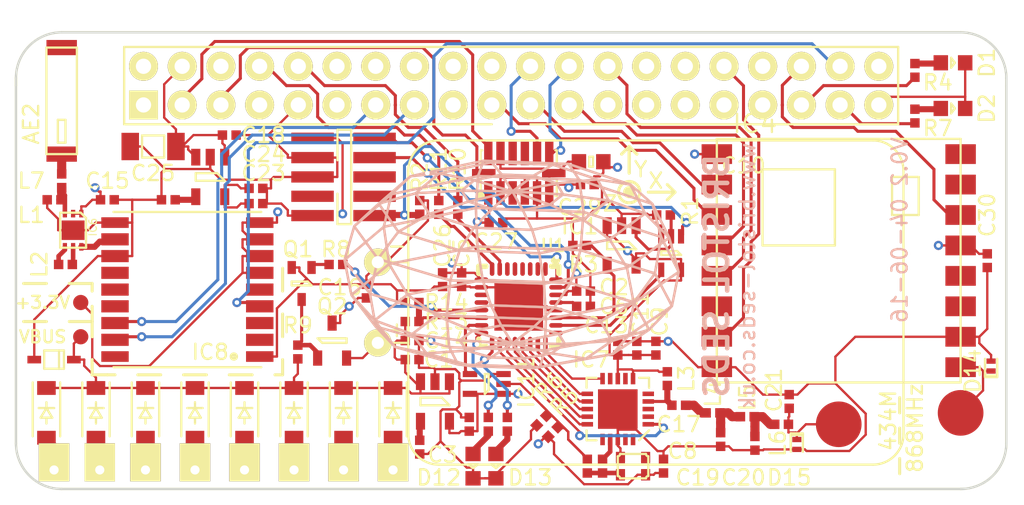
<source format=kicad_pcb>
(kicad_pcb (version 20171130) (host pcbnew "(5.1.12)-1")
  (layers (0 F.Cu signal) (1 GND.Cu signal) (2 PWR.Cu signal) (31 B.Cu signal) (35 F.Paste user hide) (36 B.SilkS user hide) (37 F.SilkS user hide) (38 B.Mask user hide) (39 F.Mask user) (44 Edge.Cuts user))
  (net 0 "")
  (net 1 "Net-(AE2-Pad1)")
  (net 2 GND)
  (net 3 VDD)
  (net 4 "Net-(C3-Pad1)")
  (net 5 16_TCXO)
  (net 6 +3V3)
  (net 7 +5VP)
  (net 8 /SI_TX)
  (net 9 "Net-(C17-Pad2)")
  (net 10 "Net-(C19-Pad1)")
  (net 11 "Net-(C20-Pad1)")
  (net 12 "Net-(C22-Pad1)")
  (net 13 "Net-(D1-Pad2)")
  (net 14 "Net-(D2-Pad2)")
  (net 15 "Net-(D3-Pad2)")
  (net 16 "Net-(D4-Pad2)")
  (net 17 "Net-(D5-Pad2)")
  (net 18 "Net-(D6-Pad2)")
  (net 19 "Net-(D7-Pad2)")
  (net 20 "Net-(D8-Pad2)")
  (net 21 "Net-(D9-Pad2)")
  (net 22 "Net-(D10-Pad2)")
  (net 23 /WDI~RESET)
  (net 24 WDI)
  (net 25 /EXT~RESET)
  (net 26 "Net-(IC4-Pad16)")
  (net 27 "Net-(IC4-Pad15)")
  (net 28 MISO)
  (net 29 CE1/DIO0)
  (net 30 MOSI)
  (net 31 SCK)
  (net 32 "Net-(IC4-Pad12)")
  (net 33 CE1/NSS)
  (net 34 "Net-(IC4-Pad11)")
  (net 35 "Net-(IC4-Pad6)")
  (net 36 CE1/DIO5)
  (net 37 SI_SDN)
  (net 38 "Net-(IC7-Pad2)")
  (net 39 "Net-(IC7-Pad3)")
  (net 40 "Net-(IC7-Pad5)")
  (net 41 "Net-(IC7-Pad7)")
  (net 42 "Net-(IC7-Pad9)")
  (net 43 SI_GPIO1)
  (net 44 SI_~IRQ)
  (net 45 SI_SCLK)
  (net 46 SI_MISO)
  (net 47 SI_MOSI)
  (net 48 SI_~SEL)
  (net 49 "Net-(IC7-Pad16)")
  (net 50 "Net-(IC7-Pad19)")
  (net 51 "Net-(IC7-Pad20)")
  (net 52 /MAX_RF_IN)
  (net 53 "Net-(IC8-Pad13)")
  (net 54 "Net-(IC8-Pad14)")
  (net 55 "Net-(IC8-Pad15)")
  (net 56 UBX_SDA)
  (net 57 UBX_SCL)
  (net 58 "Net-(IC8-Pad18)")
  (net 59 "Net-(IC8-Pad5)")
  (net 60 UBX_TIMEPULSE)
  (net 61 "Net-(IC8-Pad3)")
  (net 62 "Net-(IC8-Pad2)")
  (net 63 "Net-(IC6-Pad4)")
  (net 64 "Net-(IC6-Pad5)")
  (net 65 /SWDIO)
  (net 66 /SWCLK)
  (net 67 "Net-(P1-Pad6)")
  (net 68 "Net-(P1-Pad7)")
  (net 69 "Net-(P1-Pad8)")
  (net 70 "Net-(P2-Pad1)")
  (net 71 "Net-(P2-Pad7)")
  (net 72 UART_POAI)
  (net 73 UART_PIAO)
  (net 74 "Net-(P2-Pad11)")
  (net 75 "Net-(P2-Pad12)")
  (net 76 "Net-(P2-Pad16)")
  (net 77 "Net-(P2-Pad17)")
  (net 78 "Net-(P2-Pad18)")
  (net 79 "Net-(P2-Pad27)")
  (net 80 "Net-(P2-Pad28)")
  (net 81 "Net-(P2-Pad29)")
  (net 82 "Net-(P2-Pad31)")
  (net 83 "Net-(P2-Pad33)")
  (net 84 LED_WARN)
  (net 85 "Net-(P2-Pad40)")
  (net 86 "Net-(Q1-Pad1)")
  (net 87 LED_OK)
  (net 88 VP_EN)
  (net 89 "Net-(U1-Pad1)")
  (net 90 "Net-(U1-Pad2)")
  (net 91 "Net-(U1-Pad3)")
  (net 92 "Net-(U1-Pad4)")
  (net 93 "Net-(U1-Pad5)")
  (net 94 "Net-(U1-Pad6)")
  (net 95 "Net-(U1-Pad11)")
  (net 96 "Net-(U1-Pad12)")
  (net 97 "Net-(U1-Pad25)")
  (net 98 "Net-(IC5-Pad1)")
  (net 99 /SAM_TCXO)
  (net 100 /SI_TCXO)
  (net 101 /V_CORE)
  (net 102 VBUS)
  (net 103 "Net-(IC6-Pad3)")
  (net 104 "Net-(D12-Pad2)")
  (net 105 "Net-(D13-Pad2)")
  (net 106 /A_TX)
  (net 107 /A_RX)
  (net 108 LED_1)
  (net 109 /VBUS_SENSE)
  (net 110 LED_2)
  (net 111 /~RST)
  (net 112 "Net-(IC10-Pad3)")
  (net 113 ADXL_INT1)
  (net 114 ADXL_INT2)
  (net 115 "Net-(IC10-Pad10)")
  (net 116 "Net-(IC10-Pad11)")
  (net 117 PI_SDA)
  (net 118 PI_SCL)
  (net 119 /VP_CTRL)
  (net 120 /868_ANT)
  (net 121 /SI_ANT)
  (net 122 /TCXO_BUF_IN)
  (module rem:RFM95_96_97_98W (layer F.Cu) (at 121.5 111.5 270)
    (fp_text reference IC4 (at -9 5.5) (layer F.SilkS) (effects (font (size 1.2 1.2))))
    (fp_text value RFM95_96_97_98W)
    (pad 16 smd rect (at -7 -8 270) (size 1.3 2) (layers F.Cu F.Paste F.Mask) (net 26 "Net-(IC4-Pad16)"))
    (pad 1 smd rect (at -7 8 270) (size 1.3 2) (layers F.Cu F.Paste F.Mask) (net 2 GND))
    (pad 15 smd rect (at -5 -8 270) (size 1.3 2) (layers F.Cu F.Paste F.Mask) (net 27 "Net-(IC4-Pad15)"))
    (pad 2 smd rect (at -5 8 270) (size 1.3 2) (layers F.Cu F.Paste F.Mask) (net 28 MISO))
    (pad 14 smd rect (at -3 -8 270) (size 1.3 2) (layers F.Cu F.Paste F.Mask) (net 29 CE1/DIO0))
    (pad 3 smd rect (at -3 8 270) (size 1.3 2) (layers F.Cu F.Paste F.Mask) (net 30 MOSI))
    (pad 13 smd rect (at -1 -8 270) (size 1.3 2) (layers F.Cu F.Paste F.Mask) (net 6 +3V3))
    (pad 4 smd rect (at -1 8 270) (size 1.3 2) (layers F.Cu F.Paste F.Mask) (net 31 SCK))
    (pad 12 smd rect (at 1 -8 270) (size 1.3 2) (layers F.Cu F.Paste F.Mask) (net 32 "Net-(IC4-Pad12)"))
    (pad 5 smd rect (at 1 8 270) (size 1.3 2) (layers F.Cu F.Paste F.Mask) (net 33 CE1/NSS))
    (pad 11 smd rect (at 3 -8 270) (size 1.3 2) (layers F.Cu F.Paste F.Mask) (net 34 "Net-(IC4-Pad11)"))
    (pad 6 smd rect (at 3 8 270) (size 1.3 2) (layers F.Cu F.Paste F.Mask) (net 35 "Net-(IC4-Pad6)"))
    (pad 10 smd rect (at 5 -8 270) (size 1.3 2) (layers F.Cu F.Paste F.Mask) (net 2 GND))
    (pad 7 smd rect (at 5 8 270) (size 1.3 2) (layers F.Cu F.Paste F.Mask) (net 36 CE1/DIO5))
    (pad 9 smd rect (at 7 -8 270) (size 1.3 2) (layers F.Cu F.Paste F.Mask) (net 120 /868_ANT))
    (pad 8 smd rect (at 7 8 270) (size 1.3 2) (layers F.Cu F.Paste F.Mask) (net 2 GND))
  )
  (module agg:0402 (layer F.Cu) (at 93.5 118)
    (fp_text reference C1 (at 1.75 0) (layer F.SilkS))
    (fp_text value 1µF)
    (pad 1 smd rect (at -0.45 0) (size 0.62 0.62) (layers F.Cu F.Paste F.Mask) (net 102 VBUS))
    (pad 2 smd rect (at 0.45 0) (size 0.62 0.62) (layers F.Cu F.Paste F.Mask) (net 2 GND))
  )
  (module agg:0402 (layer F.Cu) (at 104.75 113.5)
    (fp_text reference C2 (at 2 -0.25) (layer F.SilkS))
    (fp_text value 100nF)
    (pad 1 smd rect (at -0.45 0) (size 0.62 0.62) (layers F.Cu F.Paste F.Mask) (net 3 VDD))
    (pad 2 smd rect (at 0.45 0) (size 0.62 0.62) (layers F.Cu F.Paste F.Mask) (net 2 GND))
  )
  (module agg:0402 (layer F.Cu) (at 94 123.75 270)
    (fp_text reference C3 (at 0.5 -1.5) (layer F.SilkS))
    (fp_text value 100nF)
    (pad 1 smd rect (at -0.45 0 270) (size 0.62 0.62) (layers F.Cu F.Paste F.Mask) (net 4 "Net-(C3-Pad1)"))
    (pad 2 smd rect (at 0.45 0 270) (size 0.62 0.62) (layers F.Cu F.Paste F.Mask) (net 2 GND))
  )
  (module agg:0402 (layer F.Cu) (at 97.25 122.25 90)
    (fp_text reference C4)
    (fp_text value 1µF)
    (pad 1 smd rect (at -0.45 0 90) (size 0.62 0.62) (layers F.Cu F.Paste F.Mask) (net 3 VDD))
    (pad 2 smd rect (at 0.45 0 90) (size 0.62 0.62) (layers F.Cu F.Paste F.Mask) (net 2 GND))
  )
  (module agg:0402 (layer F.Cu) (at 96.75 112.75 270)
    (fp_text reference C5 (at -1.75 0 270) (layer F.SilkS))
    (fp_text value 100pF)
    (pad 1 smd rect (at -0.45 0 270) (size 0.62 0.62) (layers F.Cu F.Paste F.Mask) (net 3 VDD))
    (pad 2 smd rect (at 0.45 0 270) (size 0.62 0.62) (layers F.Cu F.Paste F.Mask) (net 2 GND))
  )
  (module agg:0402 (layer F.Cu) (at 104.75 114.5)
    (fp_text reference C6 (at 2 0) (layer F.SilkS))
    (fp_text value 100nF)
    (pad 1 smd rect (at -0.45 0) (size 0.62 0.62) (layers F.Cu F.Paste F.Mask) (net 101 /V_CORE))
    (pad 2 smd rect (at 0.45 0) (size 0.62 0.62) (layers F.Cu F.Paste F.Mask) (net 2 GND))
  )
  (module agg:0402 (layer F.Cu) (at 105 125 270)
    (fp_text reference C7)
    (fp_text value 100nF)
    (pad 1 smd rect (at -0.45 0 270) (size 0.62 0.62) (layers F.Cu F.Paste F.Mask) (net 122 /TCXO_BUF_IN))
    (pad 2 smd rect (at 0.45 0 270) (size 0.62 0.62) (layers F.Cu F.Paste F.Mask) (net 5 16_TCXO))
  )
  (module agg:0402 (layer F.Cu) (at 110 125 90)
    (fp_text reference C8 (at 1 1.25 180) (layer F.SilkS))
    (fp_text value 1µF)
    (pad 1 smd rect (at -0.45 0 90) (size 0.62 0.62) (layers F.Cu F.Paste F.Mask) (net 3 VDD))
    (pad 2 smd rect (at 0.45 0 90) (size 0.62 0.62) (layers F.Cu F.Paste F.Mask) (net 2 GND))
  )
  (module agg:0402 (layer F.Cu) (at 109.5 117.25 90)
    (fp_text reference C9 (at 1.75 0.25 90) (layer F.SilkS))
    (fp_text value 2.2µF)
    (pad 1 smd rect (at -0.45 0 90) (size 0.62 0.62) (layers F.Cu F.Paste F.Mask) (net 3 VDD))
    (pad 2 smd rect (at 0.45 0 90) (size 0.62 0.62) (layers F.Cu F.Paste F.Mask) (net 2 GND))
  )
  (module rem:PHV-5R4H505-R (layer F.Cu) (at 93.25 114.25)
    (fp_text reference C10 (at 22 -9) (layer F.SilkS))
    (fp_text value 5F,5.4V)
    (fp_text user - (at -0.75 -3.75) (layer F.SilkS))
    (fp_text user + (at -0.75 1.75) (layer F.SilkS))
    (pad 1 thru_hole circle (at -2 2.65) (size 1.8 1.8) (drill 0.8) (layers *.Cu *.Mask F.SilkS) (net 102 VBUS))
    (pad 2 thru_hole circle (at -2 -2.65) (size 1.8 1.8) (drill 0.8) (layers *.Cu *.Mask F.SilkS) (net 2 GND))
  )
  (module agg:0402 (layer F.Cu) (at 108.25 117.25 90)
    (fp_text reference C11 (at 2.25 0.25 90) (layer F.SilkS))
    (fp_text value 100nF)
    (pad 1 smd rect (at -0.45 0 90) (size 0.62 0.62) (layers F.Cu F.Paste F.Mask) (net 3 VDD))
    (pad 2 smd rect (at 0.45 0 90) (size 0.62 0.62) (layers F.Cu F.Paste F.Mask) (net 2 GND))
  )
  (module agg:0402 (layer F.Cu) (at 106 125 90)
    (fp_text reference C12)
    (fp_text value 100nF)
    (pad 1 smd rect (at -0.45 0 90) (size 0.62 0.62) (layers F.Cu F.Paste F.Mask) (net 5 16_TCXO))
    (pad 2 smd rect (at 0.45 0 90) (size 0.62 0.62) (layers F.Cu F.Paste F.Mask) (net 100 /SI_TCXO))
  )
  (module agg:0402 (layer F.Cu) (at 107 117.25 90)
    (fp_text reference C13 (at 1.5 -0.75 180) (layer F.SilkS))
    (fp_text value 100pF)
    (pad 1 smd rect (at -0.45 0 90) (size 0.62 0.62) (layers F.Cu F.Paste F.Mask) (net 3 VDD))
    (pad 2 smd rect (at 0.45 0 90) (size 0.62 0.62) (layers F.Cu F.Paste F.Mask) (net 2 GND))
  )
  (module agg:0402 (layer F.Cu) (at 93.5 116.75)
    (fp_text reference C14 (at 2.25 0) (layer F.SilkS))
    (fp_text value 100nF)
    (pad 1 smd rect (at -0.45 0) (size 0.62 0.62) (layers F.Cu F.Paste F.Mask) (net 102 VBUS))
    (pad 2 smd rect (at 0.45 0) (size 0.62 0.62) (layers F.Cu F.Paste F.Mask) (net 2 GND))
  )
  (module agg:0402 (layer F.Cu) (at 73.5 107.5)
    (fp_text reference C15 (at 0 -1.25) (layer F.SilkS))
    (fp_text value 1µF)
    (pad 1 smd rect (at -0.45 0) (size 0.62 0.62) (layers F.Cu F.Paste F.Mask) (net 6 +3V3))
    (pad 2 smd rect (at 0.45 0) (size 0.62 0.62) (layers F.Cu F.Paste F.Mask) (net 2 GND))
  )
  (module agg:0402 (layer F.Cu) (at 90.5 113.5 90)
    (fp_text reference C16 (at 0.25 -1.75 180) (layer F.SilkS))
    (fp_text value 100pF)
    (pad 1 smd rect (at -0.45 0 90) (size 0.62 0.62) (layers F.Cu F.Paste F.Mask) (net 7 +5VP))
    (pad 2 smd rect (at 0.45 0 90) (size 0.62 0.62) (layers F.Cu F.Paste F.Mask) (net 2 GND))
  )
  (module agg:0402 (layer F.Cu) (at 111 121)
    (fp_text reference C17 (at 0 1.25) (layer F.SilkS))
    (fp_text value 15pF)
    (pad 1 smd rect (at -0.45 0) (size 0.62 0.62) (layers F.Cu F.Paste F.Mask) (net 8 /SI_TX))
    (pad 2 smd rect (at 0.45 0) (size 0.62 0.62) (layers F.Cu F.Paste F.Mask) (net 9 "Net-(C17-Pad2)"))
  )
  (module agg:0402 (layer F.Cu) (at 81.5 103.25)
    (fp_text reference C18 (at 2.25 0) (layer F.SilkS))
    (fp_text value 1µF)
    (pad 1 smd rect (at -0.45 0) (size 0.62 0.62) (layers F.Cu F.Paste F.Mask) (net 7 +5VP))
    (pad 2 smd rect (at 0.45 0) (size 0.62 0.62) (layers F.Cu F.Paste F.Mask) (net 2 GND))
  )
  (module agg:0402 (layer F.Cu) (at 113.75 123.25 270)
    (fp_text reference C19 (at 2.5 1.5) (layer F.SilkS))
    (fp_text value 8.2pF)
    (pad 1 smd rect (at -0.45 0 270) (size 0.62 0.62) (layers F.Cu F.Paste F.Mask) (net 10 "Net-(C19-Pad1)"))
    (pad 2 smd rect (at 0.45 0 270) (size 0.62 0.62) (layers F.Cu F.Paste F.Mask) (net 2 GND))
  )
  (module agg:0402 (layer F.Cu) (at 116 123.5 270)
    (fp_text reference C20 (at 2.25 0.75) (layer F.SilkS))
    (fp_text value 15pF)
    (pad 1 smd rect (at -0.45 0 270) (size 0.62 0.62) (layers F.Cu F.Paste F.Mask) (net 11 "Net-(C20-Pad1)"))
    (pad 2 smd rect (at 0.45 0 270) (size 0.62 0.62) (layers F.Cu F.Paste F.Mask) (net 2 GND))
  )
  (module agg:0402 (layer F.Cu) (at 118.25 120.75 90)
    (fp_text reference C21 (at 0.75 -1 90) (layer F.SilkS))
    (fp_text value 8.2pF)
    (pad 1 smd rect (at -0.45 0 90) (size 0.62 0.62) (layers F.Cu F.Paste F.Mask) (net 121 /SI_ANT))
    (pad 2 smd rect (at 0.45 0 90) (size 0.62 0.62) (layers F.Cu F.Paste F.Mask) (net 2 GND))
  )
  (module agg:0402 (layer F.Cu) (at 77.5 107.5 180)
    (fp_text reference C22)
    (fp_text value 100nF)
    (pad 1 smd rect (at -0.45 0 180) (size 0.62 0.62) (layers F.Cu F.Paste F.Mask) (net 12 "Net-(C22-Pad1)"))
    (pad 2 smd rect (at 0.45 0 180) (size 0.62 0.62) (layers F.Cu F.Paste F.Mask) (net 2 GND))
  )
  (module agg:0402 (layer F.Cu) (at 83.25 107.75)
    (fp_text reference C23 (at 0.5 -2) (layer F.SilkS))
    (fp_text value 10nF)
    (pad 1 smd rect (at -0.45 0) (size 0.62 0.62) (layers F.Cu F.Paste F.Mask) (net 6 +3V3))
    (pad 2 smd rect (at 0.45 0) (size 0.62 0.62) (layers F.Cu F.Paste F.Mask) (net 2 GND))
  )
  (module agg:0603-LED (layer F.Cu) (at 129 98.5 180)
    (fp_text reference D1 (at -2.225 0 270) (layer F.SilkS))
    (fp_text value LED-WARN)
    (pad 1 smd rect (at -0.8 0 180) (size 0.95 1) (layers F.Cu F.Paste F.Mask) (net 2 GND))
    (pad 2 smd rect (at 0.8 0 180) (size 0.95 1) (layers F.Cu F.Paste F.Mask) (net 13 "Net-(D1-Pad2)"))
  )
  (module agg:0603-LED (layer F.Cu) (at 129 101.5 180)
    (fp_text reference D2 (at -2.225 0 270) (layer F.SilkS))
    (fp_text value LED-OK)
    (pad 1 smd rect (at -0.8 0 180) (size 0.95 1) (layers F.Cu F.Paste F.Mask) (net 2 GND))
    (pad 2 smd rect (at 0.8 0 180) (size 0.95 1) (layers F.Cu F.Paste F.Mask) (net 14 "Net-(D2-Pad2)"))
  )
  (module Diodes_SMD:SOD-123 (layer F.Cu) (at 69.5 121.5 270)
    (fp_text reference D3)
    (fp_text value RB161M)
    (pad 1 smd rect (at -1.635 0 270) (size 0.91 1.22) (layers F.Cu F.Paste F.Mask) (net 102 VBUS))
    (pad 2 smd rect (at 1.635 0 270) (size 0.91 1.22) (layers F.Cu F.Paste F.Mask) (net 15 "Net-(D3-Pad2)"))
  )
  (module Diodes_SMD:SOD-123 (layer F.Cu) (at 72.75 121.5 270)
    (fp_text reference D4)
    (fp_text value RB161M)
    (pad 1 smd rect (at -1.635 0 270) (size 0.91 1.22) (layers F.Cu F.Paste F.Mask) (net 102 VBUS))
    (pad 2 smd rect (at 1.635 0 270) (size 0.91 1.22) (layers F.Cu F.Paste F.Mask) (net 16 "Net-(D4-Pad2)"))
  )
  (module Diodes_SMD:SOD-123 (layer F.Cu) (at 76 121.5 270)
    (fp_text reference D5)
    (fp_text value RB161M)
    (pad 1 smd rect (at -1.635 0 270) (size 0.91 1.22) (layers F.Cu F.Paste F.Mask) (net 102 VBUS))
    (pad 2 smd rect (at 1.635 0 270) (size 0.91 1.22) (layers F.Cu F.Paste F.Mask) (net 17 "Net-(D5-Pad2)"))
  )
  (module Diodes_SMD:SOD-123 (layer F.Cu) (at 79.25 121.5 270)
    (fp_text reference D6)
    (fp_text value RB161M)
    (pad 1 smd rect (at -1.635 0 270) (size 0.91 1.22) (layers F.Cu F.Paste F.Mask) (net 102 VBUS))
    (pad 2 smd rect (at 1.635 0 270) (size 0.91 1.22) (layers F.Cu F.Paste F.Mask) (net 18 "Net-(D6-Pad2)"))
  )
  (module Diodes_SMD:SOD-123 (layer F.Cu) (at 82.5 121.5 270)
    (fp_text reference D7)
    (fp_text value RB161M)
    (pad 1 smd rect (at -1.635 0 270) (size 0.91 1.22) (layers F.Cu F.Paste F.Mask) (net 102 VBUS))
    (pad 2 smd rect (at 1.635 0 270) (size 0.91 1.22) (layers F.Cu F.Paste F.Mask) (net 19 "Net-(D7-Pad2)"))
  )
  (module Diodes_SMD:SOD-123 (layer F.Cu) (at 85.75 121.5 270)
    (fp_text reference D8)
    (fp_text value RB161M)
    (pad 1 smd rect (at -1.635 0 270) (size 0.91 1.22) (layers F.Cu F.Paste F.Mask) (net 102 VBUS))
    (pad 2 smd rect (at 1.635 0 270) (size 0.91 1.22) (layers F.Cu F.Paste F.Mask) (net 20 "Net-(D8-Pad2)"))
  )
  (module Diodes_SMD:SOD-123 (layer F.Cu) (at 89 121.5 270)
    (fp_text reference D9)
    (fp_text value RB161M)
    (pad 1 smd rect (at -1.635 0 270) (size 0.91 1.22) (layers F.Cu F.Paste F.Mask) (net 102 VBUS))
    (pad 2 smd rect (at 1.635 0 270) (size 0.91 1.22) (layers F.Cu F.Paste F.Mask) (net 21 "Net-(D9-Pad2)"))
  )
  (module Diodes_SMD:SOD-123 (layer F.Cu) (at 92.25 121.5 270)
    (fp_text reference D10)
    (fp_text value RB161M)
    (pad 1 smd rect (at -1.635 0 270) (size 0.91 1.22) (layers F.Cu F.Paste F.Mask) (net 102 VBUS))
    (pad 2 smd rect (at 1.635 0 270) (size 0.91 1.22) (layers F.Cu F.Paste F.Mask) (net 22 "Net-(D10-Pad2)"))
  )
  (module agg:SOD-323 (layer F.Cu) (at 70 118 180)
    (fp_text reference D11)
    (fp_text value 5.1V)
    (pad 1 smd rect (at -1.3 0 180) (size 0.9 0.5) (layers F.Cu F.Paste F.Mask) (net 102 VBUS))
    (pad 2 smd rect (at 1.3 0 180) (size 0.9 0.5) (layers F.Cu F.Paste F.Mask) (net 2 GND))
  )
  (module agg:SOT-23-5 (layer F.Cu) (at 107.25 110.5 270)
    (fp_text reference IC1 (at -1.25 2.75) (layer F.SilkS))
    (fp_text value ADM6823T)
    (pad 1 smd rect (at -1.3 -0.95 270) (size 1.1 0.6) (layers F.Cu F.Paste F.Mask) (net 23 /WDI~RESET))
    (pad 2 smd rect (at -1.3 0 270) (size 1.1 0.6) (layers F.Cu F.Paste F.Mask) (net 2 GND))
    (pad 3 smd rect (at -1.3 0.95 270) (size 1.1 0.6) (layers F.Cu F.Paste F.Mask) (net 3 VDD))
    (pad 4 smd rect (at 1.3 0.95 270) (size 1.1 0.6) (layers F.Cu F.Paste F.Mask) (net 24 WDI))
    (pad 5 smd rect (at 1.3 -0.95 270) (size 1.1 0.6) (layers F.Cu F.Paste F.Mask) (net 3 VDD))
  )
  (module agg:SOT-23-5 (layer F.Cu) (at 95 120.75 270)
    (fp_text reference IC2)
    (fp_text value TPS73633)
    (pad 1 smd rect (at -1.3 -0.95 270) (size 1.1 0.6) (layers F.Cu F.Paste F.Mask) (net 102 VBUS))
    (pad 2 smd rect (at -1.3 0 270) (size 1.1 0.6) (layers F.Cu F.Paste F.Mask) (net 2 GND))
    (pad 3 smd rect (at -1.3 0.95 270) (size 1.1 0.6) (layers F.Cu F.Paste F.Mask) (net 102 VBUS))
    (pad 4 smd rect (at 1.3 0.95 270) (size 1.1 0.6) (layers F.Cu F.Paste F.Mask) (net 4 "Net-(C3-Pad1)"))
    (pad 5 smd rect (at 1.3 -0.95 270) (size 1.1 0.6) (layers F.Cu F.Paste F.Mask) (net 3 VDD))
  )
  (module agg:SC-70-5 (layer F.Cu) (at 110.5 111 270)
    (fp_text reference IC3)
    (fp_text value 74LVC1G32)
    (pad 1 smd rect (at -1.1 -0.65 270) (size 0.95 0.4) (layers F.Cu F.Paste F.Mask) (net 25 /EXT~RESET))
    (pad 2 smd rect (at -1.1 0 270) (size 0.95 0.4) (layers F.Cu F.Paste F.Mask) (net 23 /WDI~RESET))
    (pad 3 smd rect (at -1.1 0.65 270) (size 0.95 0.4) (layers F.Cu F.Paste F.Mask) (net 2 GND))
    (pad 4 smd rect (at 1.1 0.65 270) (size 0.95 0.4) (layers F.Cu F.Paste F.Mask) (net 111 /~RST))
    (pad 5 smd rect (at 1.1 -0.65 270) (size 0.95 0.4) (layers F.Cu F.Paste F.Mask) (net 3 VDD))
  )
  (module agg:QFN-20-EP-SI (layer F.Cu) (at 107 121.25 180)
    (fp_text reference IC7 (at 1.75 3.25 180) (layer F.SilkS))
    (fp_text value Si4460)
    (pad 1 smd rect (at -2 -1 180) (size 0.75 0.3) (layers F.Cu F.Paste F.Mask) (net 37 SI_SDN))
    (pad 2 smd rect (at -2 -0.5 180) (size 0.75 0.3) (layers F.Cu F.Paste F.Mask) (net 38 "Net-(IC7-Pad2)"))
    (pad 3 smd rect (at -2 0 180) (size 0.75 0.3) (layers F.Cu F.Paste F.Mask) (net 39 "Net-(IC7-Pad3)"))
    (pad 4 smd rect (at -2 0.5 180) (size 0.75 0.3) (layers F.Cu F.Paste F.Mask) (net 8 /SI_TX))
    (pad 5 smd rect (at -2 1 180) (size 0.75 0.3) (layers F.Cu F.Paste F.Mask) (net 40 "Net-(IC7-Pad5)"))
    (pad 6 smd rect (at -1 2 180) (size 0.3 0.75) (layers F.Cu F.Paste F.Mask) (net 3 VDD))
    (pad 7 smd rect (at -0.5 2 180) (size 0.3 0.75) (layers F.Cu F.Paste F.Mask) (net 41 "Net-(IC7-Pad7)"))
    (pad 8 smd rect (at 0 2 180) (size 0.3 0.75) (layers F.Cu F.Paste F.Mask) (net 3 VDD))
    (pad 9 smd rect (at 0.5 2 180) (size 0.3 0.75) (layers F.Cu F.Paste F.Mask) (net 42 "Net-(IC7-Pad9)"))
    (pad 10 smd rect (at 1 2 180) (size 0.3 0.75) (layers F.Cu F.Paste F.Mask) (net 43 SI_GPIO1))
    (pad 11 smd rect (at 2 1 180) (size 0.75 0.3) (layers F.Cu F.Paste F.Mask) (net 44 SI_~IRQ))
    (pad 12 smd rect (at 2 0.5 180) (size 0.75 0.3) (layers F.Cu F.Paste F.Mask) (net 45 SI_SCLK))
    (pad 13 smd rect (at 2 0 180) (size 0.75 0.3) (layers F.Cu F.Paste F.Mask) (net 46 SI_MISO))
    (pad 14 smd rect (at 2 -0.5 180) (size 0.75 0.3) (layers F.Cu F.Paste F.Mask) (net 47 SI_MOSI))
    (pad 15 smd rect (at 2 -1 180) (size 0.75 0.3) (layers F.Cu F.Paste F.Mask) (net 48 SI_~SEL))
    (pad 16 smd rect (at 1 -2 180) (size 0.3 0.75) (layers F.Cu F.Paste F.Mask) (net 49 "Net-(IC7-Pad16)"))
    (pad 17 smd rect (at 0.5 -2 180) (size 0.3 0.75) (layers F.Cu F.Paste F.Mask) (net 100 /SI_TCXO))
    (pad 18 smd rect (at 0 -2 180) (size 0.3 0.75) (layers F.Cu F.Paste F.Mask) (net 2 GND))
    (pad 19 smd rect (at -0.5 -2 180) (size 0.3 0.75) (layers F.Cu F.Paste F.Mask) (net 50 "Net-(IC7-Pad19)"))
    (pad 20 smd rect (at -1 -2 180) (size 0.3 0.75) (layers F.Cu F.Paste F.Mask) (net 51 "Net-(IC7-Pad20)"))
    (pad EP smd rect (at -0.65 -0.65 180) (size 1.1 1.1) (layers F.Cu F.Paste) (net 2 GND))
    (pad EP smd rect (at -0.65 0.65 180) (size 1.1 1.1) (layers F.Cu F.Paste) (net 2 GND))
    (pad EP smd rect (at 0.65 -0.65 180) (size 1.1 1.1) (layers F.Cu F.Paste) (net 2 GND))
    (pad EP smd rect (at 0.65 0.65 180) (size 1.1 1.1) (layers F.Cu F.Paste) (net 2 GND))
    (pad EP smd rect (at 0 0 180) (size 2.6 2.6) (layers F.Cu F.Mask) (net 2 GND))
  )
  (module agg-unchecked:MAX-7Q (layer F.Cu) (at 74 109)
    (fp_text reference IC8 (at 6.25 8.5) (layer F.SilkS))
    (fp_text value MAX-7Q hide)
    (pad 10 smd rect (at 0 0) (size 1.8 0.7) (layers F.Cu F.Paste F.Mask) (net 2 GND))
    (pad 11 smd rect (at 0 1.1) (size 1.8 0.8) (layers F.Cu F.Paste F.Mask) (net 52 /MAX_RF_IN))
    (pad 12 smd rect (at 0 2.2) (size 1.8 0.8) (layers F.Cu F.Paste F.Mask) (net 2 GND))
    (pad 13 smd rect (at 0 3.3) (size 1.8 0.8) (layers F.Cu F.Paste F.Mask) (net 53 "Net-(IC8-Pad13)"))
    (pad 14 smd rect (at 0 4.4) (size 1.8 0.8) (layers F.Cu F.Paste F.Mask) (net 54 "Net-(IC8-Pad14)"))
    (pad 15 smd rect (at 0 5.5) (size 1.8 0.8) (layers F.Cu F.Paste F.Mask) (net 55 "Net-(IC8-Pad15)"))
    (pad 16 smd rect (at 0 6.6) (size 1.8 0.8) (layers F.Cu F.Paste F.Mask) (net 56 UBX_SDA))
    (pad 17 smd rect (at 0 7.7) (size 1.8 0.8) (layers F.Cu F.Paste F.Mask) (net 57 UBX_SCL))
    (pad 18 smd rect (at 0 8.8) (size 1.8 0.7) (layers F.Cu F.Paste F.Mask) (net 58 "Net-(IC8-Pad18)"))
    (pad 9 smd rect (at 9.5 0) (size 1.8 0.7) (layers F.Cu F.Paste F.Mask) (net 6 +3V3))
    (pad 1 smd rect (at 9.5 8.8) (size 1.8 0.7) (layers F.Cu F.Paste F.Mask) (net 2 GND))
    (pad 8 smd rect (at 9.5 1.1) (size 1.8 0.8) (layers F.Cu F.Paste F.Mask) (net 6 +3V3))
    (pad 7 smd rect (at 9.5 2.2) (size 1.8 0.8) (layers F.Cu F.Paste F.Mask) (net 6 +3V3))
    (pad 6 smd rect (at 9.5 3.3) (size 1.8 0.8) (layers F.Cu F.Paste F.Mask) (net 6 +3V3))
    (pad 5 smd rect (at 9.5 4.4) (size 1.8 0.8) (layers F.Cu F.Paste F.Mask) (net 59 "Net-(IC8-Pad5)"))
    (pad 4 smd rect (at 9.5 5.5) (size 1.8 0.8) (layers F.Cu F.Paste F.Mask) (net 60 UBX_TIMEPULSE))
    (pad 3 smd rect (at 9.5 6.6) (size 1.8 0.8) (layers F.Cu F.Paste F.Mask) (net 61 "Net-(IC8-Pad3)"))
    (pad 2 smd rect (at 9.5 7.7) (size 1.8 0.8) (layers F.Cu F.Paste F.Mask) (net 62 "Net-(IC8-Pad2)"))
  )
  (module agg:SOT-23-5 (layer F.Cu) (at 80.25 106 270)
    (fp_text reference IC9)
    (fp_text value TPS73633)
    (pad 1 smd rect (at -1.3 -0.95 270) (size 1.1 0.6) (layers F.Cu F.Paste F.Mask) (net 7 +5VP))
    (pad 2 smd rect (at -1.3 0 270) (size 1.1 0.6) (layers F.Cu F.Paste F.Mask) (net 2 GND))
    (pad 3 smd rect (at -1.3 0.95 270) (size 1.1 0.6) (layers F.Cu F.Paste F.Mask) (net 7 +5VP))
    (pad 4 smd rect (at 1.3 0.95 270) (size 1.1 0.6) (layers F.Cu F.Paste F.Mask) (net 12 "Net-(C22-Pad1)"))
    (pad 5 smd rect (at 1.3 -0.95 270) (size 1.1 0.6) (layers F.Cu F.Paste F.Mask) (net 6 +3V3))
  )
  (module agg:0402 (layer F.Cu) (at 70 107.5 180)
    (fp_text reference L1 (at 1.5 -1 180) (layer F.SilkS))
    (fp_text value 8.2nH)
    (pad 1 smd rect (at -0.45 0 180) (size 0.62 0.62) (layers F.Cu F.Paste F.Mask) (net 103 "Net-(IC6-Pad3)"))
    (pad 2 smd rect (at 0.45 0 180) (size 0.62 0.62) (layers F.Cu F.Paste F.Mask) (net 2 GND))
  )
  (module agg:0402 (layer F.Cu) (at 70.75 111.75)
    (fp_text reference L2 (at -1.71 0 90) (layer F.SilkS))
    (fp_text value 8.2nH)
    (pad 1 smd rect (at -0.45 0) (size 0.62 0.62) (layers F.Cu F.Paste F.Mask) (net 63 "Net-(IC6-Pad4)"))
    (pad 2 smd rect (at 0.45 0) (size 0.62 0.62) (layers F.Cu F.Paste F.Mask) (net 64 "Net-(IC6-Pad5)"))
  )
  (module agg:0402 (layer F.Cu) (at 110.25 119.25 270)
    (fp_text reference L3 (at 0 -1.25 270) (layer F.SilkS))
    (fp_text value 470nH)
    (pad 1 smd rect (at -0.45 0 270) (size 0.62 0.62) (layers F.Cu F.Paste F.Mask) (net 3 VDD))
    (pad 2 smd rect (at 0.45 0 270) (size 0.62 0.62) (layers F.Cu F.Paste F.Mask) (net 8 /SI_TX))
  )
  (module agg:0402 (layer F.Cu) (at 113.25 121.5)
    (fp_text reference L4 (at 0 -1.25 90) (layer F.SilkS))
    (fp_text value 56nH)
    (pad 1 smd rect (at -0.45 0) (size 0.62 0.62) (layers F.Cu F.Paste F.Mask) (net 9 "Net-(C17-Pad2)"))
    (pad 2 smd rect (at 0.45 0) (size 0.62 0.62) (layers F.Cu F.Paste F.Mask) (net 10 "Net-(C19-Pad1)"))
  )
  (module agg:0402 (layer F.Cu) (at 115.5 121.75)
    (fp_text reference L5 (at 0 -1.25 90) (layer F.SilkS))
    (fp_text value 18nH)
    (pad 1 smd rect (at -0.45 0) (size 0.62 0.62) (layers F.Cu F.Paste F.Mask) (net 10 "Net-(C19-Pad1)"))
    (pad 2 smd rect (at 0.45 0) (size 0.62 0.62) (layers F.Cu F.Paste F.Mask) (net 11 "Net-(C20-Pad1)"))
  )
  (module agg:0402 (layer F.Cu) (at 117.75 122.25)
    (fp_text reference L6 (at -0.25 1.25 90) (layer F.SilkS))
    (fp_text value 18nH)
    (pad 1 smd rect (at -0.45 0) (size 0.62 0.62) (layers F.Cu F.Paste F.Mask) (net 11 "Net-(C20-Pad1)"))
    (pad 2 smd rect (at 0.45 0) (size 0.62 0.62) (layers F.Cu F.Paste F.Mask) (net 121 /SI_ANT))
  )
  (module agg:SOT-323 (layer F.Cu) (at 86.25 113 270)
    (fp_text reference Q1 (at -2.25 0.25) (layer F.SilkS))
    (fp_text value BC847CW)
    (pad 1 smd rect (at -1.05 -0.65 270) (size 0.85 0.55) (layers F.Cu F.Paste F.Mask) (net 86 "Net-(Q1-Pad1)"))
    (pad 2 smd rect (at -1.05 0.65 270) (size 0.85 0.55) (layers F.Cu F.Paste F.Mask) (net 2 GND))
    (pad 3 smd rect (at 1.05 0 270) (size 0.85 0.55) (layers F.Cu F.Paste F.Mask) (net 119 /VP_CTRL))
  )
  (module agg:0402 (layer F.Cu) (at 110 108.5 180)
    (fp_text reference R1 (at -1.75 0.25 270) (layer F.SilkS))
    (fp_text value 1MΩ)
    (pad 1 smd rect (at -0.45 0 180) (size 0.62 0.62) (layers F.Cu F.Paste F.Mask) (net 23 /WDI~RESET))
    (pad 2 smd rect (at 0.45 0 180) (size 0.62 0.62) (layers F.Cu F.Paste F.Mask) (net 2 GND))
  )
  (module agg:0402 (layer F.Cu) (at 94 108 90)
    (fp_text reference R2 (at 2 0 90) (layer F.SilkS))
    (fp_text value 10kΩ)
    (pad 1 smd rect (at -0.45 0 90) (size 0.62 0.62) (layers F.Cu F.Paste F.Mask) (net 25 /EXT~RESET))
    (pad 2 smd rect (at 0.45 0 90) (size 0.62 0.62) (layers F.Cu F.Paste F.Mask) (net 2 GND))
  )
  (module agg:0402 (layer F.Cu) (at 104.5 110.5 180)
    (fp_text reference R3 (at -0.25 -1.25 180) (layer F.SilkS))
    (fp_text value 1MΩ)
    (pad 1 smd rect (at -0.45 0 180) (size 0.62 0.62) (layers F.Cu F.Paste F.Mask) (net 24 WDI))
    (pad 2 smd rect (at 0.45 0 180) (size 0.62 0.62) (layers F.Cu F.Paste F.Mask) (net 2 GND))
  )
  (module agg:0402 (layer F.Cu) (at 126.5 99 90)
    (fp_text reference R4 (at -0.8 1.5 180) (layer F.SilkS))
    (fp_text value 330Ω)
    (pad 1 smd rect (at -0.45 0 90) (size 0.62 0.62) (layers F.Cu F.Paste F.Mask) (net 84 LED_WARN))
    (pad 2 smd rect (at 0.45 0 90) (size 0.62 0.62) (layers F.Cu F.Paste F.Mask) (net 13 "Net-(D1-Pad2)"))
  )
  (module agg:0402 (layer F.Cu) (at 102.75 122.75 45)
    (fp_text reference R5 (at 1.944544 -0.883883 45) (layer F.SilkS))
    (fp_text value 100kΩ)
    (pad 1 smd rect (at -0.45 0 45) (size 0.62 0.62) (layers F.Cu F.Paste F.Mask) (net 3 VDD))
    (pad 2 smd rect (at 0.45 0 45) (size 0.62 0.62) (layers F.Cu F.Paste F.Mask) (net 122 /TCXO_BUF_IN))
  )
  (module agg:0402 (layer F.Cu) (at 102 122 225)
    (fp_text reference R6 (at -1.944544 1.237437 225) (layer F.SilkS))
    (fp_text value 100kΩ)
    (pad 1 smd rect (at -0.45 0 225) (size 0.62 0.62) (layers F.Cu F.Paste F.Mask) (net 122 /TCXO_BUF_IN))
    (pad 2 smd rect (at 0.45 0 225) (size 0.62 0.62) (layers F.Cu F.Paste F.Mask) (net 2 GND))
  )
  (module agg:0402 (layer F.Cu) (at 126.5 102 90)
    (fp_text reference R7 (at -0.8 1.5 180) (layer F.SilkS))
    (fp_text value 330Ω)
    (pad 1 smd rect (at -0.45 0 90) (size 0.62 0.62) (layers F.Cu F.Paste F.Mask) (net 87 LED_OK))
    (pad 2 smd rect (at 0.45 0 90) (size 0.62 0.62) (layers F.Cu F.Paste F.Mask) (net 14 "Net-(D2-Pad2)"))
  )
  (module agg:0402 (layer F.Cu) (at 88.5 111.75 180)
    (fp_text reference R8 (at 0 1 180) (layer F.SilkS))
    (fp_text value 10kΩ)
    (pad 1 smd rect (at -0.45 0 180) (size 0.62 0.62) (layers F.Cu F.Paste F.Mask) (net 88 VP_EN))
    (pad 2 smd rect (at 0.45 0 180) (size 0.62 0.62) (layers F.Cu F.Paste F.Mask) (net 86 "Net-(Q1-Pad1)"))
  )
  (module agg:0402 (layer F.Cu) (at 86 117.5 90)
    (fp_text reference R9 (at 1.75 0 180) (layer F.SilkS))
    (fp_text value 100kΩ)
    (pad 1 smd rect (at -0.45 0 90) (size 0.62 0.62) (layers F.Cu F.Paste F.Mask) (net 102 VBUS))
    (pad 2 smd rect (at 0.45 0 90) (size 0.62 0.62) (layers F.Cu F.Paste F.Mask) (net 119 /VP_CTRL))
  )
  (module IPC7351-Nominal:QFN50P500X500X80-33 (layer F.Cu) (at 100.5 114.5 270)
    (fp_text reference U1 (at -4 -2.25) (layer F.SilkS) (effects (font (size 0.8 0.8))))
    (fp_text value ATSAMD20E17A-MU)
    (pad 1 smd oval (at -2.45 -1.75 270) (size 0.9 0.3) (layers F.Cu F.Paste F.Mask) (net 89 "Net-(U1-Pad1)"))
    (pad 2 smd oval (at -2.45 -1.25 270) (size 0.9 0.3) (layers F.Cu F.Paste F.Mask) (net 90 "Net-(U1-Pad2)"))
    (pad 3 smd oval (at -2.45 -0.75 270) (size 0.9 0.3) (layers F.Cu F.Paste F.Mask) (net 91 "Net-(U1-Pad3)"))
    (pad 4 smd oval (at -2.45 -0.25 270) (size 0.9 0.3) (layers F.Cu F.Paste F.Mask) (net 92 "Net-(U1-Pad4)"))
    (pad 5 smd oval (at -2.45 0.25 270) (size 0.9 0.3) (layers F.Cu F.Paste F.Mask) (net 93 "Net-(U1-Pad5)"))
    (pad 6 smd oval (at -2.45 0.75 270) (size 0.9 0.3) (layers F.Cu F.Paste F.Mask) (net 94 "Net-(U1-Pad6)"))
    (pad 7 smd oval (at -2.45 1.25 270) (size 0.9 0.3) (layers F.Cu F.Paste F.Mask) (net 106 /A_TX))
    (pad 8 smd oval (at -2.45 1.75 270) (size 0.9 0.3) (layers F.Cu F.Paste F.Mask) (net 107 /A_RX))
    (pad 9 smd oval (at -1.75 2.45 270) (size 0.3 0.9) (layers F.Cu F.Paste F.Mask) (net 3 VDD))
    (pad 10 smd oval (at -1.25 2.45 270) (size 0.3 0.9) (layers F.Cu F.Paste F.Mask) (net 2 GND))
    (pad 11 smd oval (at -0.75 2.45 270) (size 0.3 0.9) (layers F.Cu F.Paste F.Mask) (net 95 "Net-(U1-Pad11)"))
    (pad 12 smd oval (at -0.25 2.45 270) (size 0.3 0.9) (layers F.Cu F.Paste F.Mask) (net 96 "Net-(U1-Pad12)"))
    (pad 13 smd oval (at 0.25 2.45 270) (size 0.3 0.9) (layers F.Cu F.Paste F.Mask) (net 88 VP_EN))
    (pad 14 smd oval (at 0.75 2.45 270) (size 0.3 0.9) (layers F.Cu F.Paste F.Mask) (net 109 /VBUS_SENSE))
    (pad 15 smd oval (at 1.25 2.45 270) (size 0.3 0.9) (layers F.Cu F.Paste F.Mask) (net 99 /SAM_TCXO))
    (pad 16 smd oval (at 1.75 2.45 270) (size 0.3 0.9) (layers F.Cu F.Paste F.Mask) (net 108 LED_1))
    (pad 17 smd oval (at 2.45 1.75 270) (size 0.9 0.3) (layers F.Cu F.Paste F.Mask) (net 110 LED_2))
    (pad 18 smd oval (at 2.45 1.25 270) (size 0.9 0.3) (layers F.Cu F.Paste F.Mask) (net 37 SI_SDN))
    (pad 19 smd oval (at 2.45 0.75 270) (size 0.9 0.3) (layers F.Cu F.Paste F.Mask) (net 48 SI_~SEL))
    (pad 20 smd oval (at 2.45 0.25 270) (size 0.9 0.3) (layers F.Cu F.Paste F.Mask) (net 47 SI_MOSI))
    (pad 21 smd oval (at 2.45 -0.25 270) (size 0.9 0.3) (layers F.Cu F.Paste F.Mask) (net 46 SI_MISO))
    (pad 22 smd oval (at 2.45 -0.75 270) (size 0.9 0.3) (layers F.Cu F.Paste F.Mask) (net 45 SI_SCLK))
    (pad 23 smd oval (at 2.45 -1.25 270) (size 0.9 0.3) (layers F.Cu F.Paste F.Mask) (net 44 SI_~IRQ))
    (pad 24 smd oval (at 2.45 -1.75 270) (size 0.9 0.3) (layers F.Cu F.Paste F.Mask) (net 43 SI_GPIO1))
    (pad 25 smd oval (at 1.75 -2.45 270) (size 0.3 0.9) (layers F.Cu F.Paste F.Mask) (net 97 "Net-(U1-Pad25)"))
    (pad 26 smd oval (at 1.25 -2.45 270) (size 0.3 0.9) (layers F.Cu F.Paste F.Mask) (net 111 /~RST))
    (pad 27 smd oval (at 0.75 -2.45 270) (size 0.3 0.9) (layers F.Cu F.Paste F.Mask) (net 24 WDI))
    (pad 28 smd oval (at 0.25 -2.45 270) (size 0.3 0.9) (layers F.Cu F.Paste F.Mask) (net 2 GND))
    (pad 29 smd oval (at -0.25 -2.45 270) (size 0.3 0.9) (layers F.Cu F.Paste F.Mask) (net 101 /V_CORE))
    (pad 30 smd oval (at -0.75 -2.45 270) (size 0.3 0.9) (layers F.Cu F.Paste F.Mask) (net 3 VDD))
    (pad 31 smd oval (at -1.25 -2.45 270) (size 0.3 0.9) (layers F.Cu F.Paste F.Mask) (net 65 /SWDIO))
    (pad 32 smd oval (at -1.75 -2.45 270) (size 0.3 0.9) (layers F.Cu F.Paste F.Mask) (net 66 /SWCLK))
    (pad 33 smd rect (at 0 0 270) (size 3.2 3.2) (layers F.Cu F.Paste F.Mask) (net 2 GND))
  )
  (module rem:TSNP-7-10 (layer F.Cu) (at 71.25 109.5 180)
    (fp_text reference IC6 (at -1.3 0.2 270) (layer F.SilkS) (effects (font (size 0.5 0.5) (thickness 0.075))))
    (fp_text value BGM1034N7)
    (pad 6 smd rect (at -0.54 -1.09 180) (size 0.28 0.5) (layers F.Cu F.Mask) (net 52 /MAX_RF_IN))
    (pad 1 smd rect (at -0.54 1.09 180) (size 0.28 0.5) (layers F.Cu F.Mask) (net 6 +3V3))
    (pad 5 smd rect (at 0 -1.09 180) (size 0.28 0.5) (layers F.Cu F.Mask) (net 64 "Net-(IC6-Pad5)"))
    (pad 2 smd rect (at 0 1.09 180) (size 0.28 0.5) (layers F.Cu F.Mask) (net 6 +3V3))
    (pad 4 smd rect (at 0.54 -1.09 180) (size 0.28 0.5) (layers F.Cu F.Mask) (net 63 "Net-(IC6-Pad4)"))
    (pad 3 smd rect (at 0.54 1.09 180) (size 0.28 0.5) (layers F.Cu F.Mask) (net 103 "Net-(IC6-Pad3)"))
    (pad PAD smd rect (at 0 0 180) (size 1.5 1.28) (layers F.Cu F.Mask) (net 2 GND))
  )
  (module agg:SOT-23 (layer F.Cu) (at 88.25 116.75 90)
    (fp_text reference Q2 (at 2.25 0 180) (layer F.SilkS))
    (fp_text value NX2301P)
    (pad 1 smd rect (at -1.15 -0.95 90) (size 1 0.6) (layers F.Cu F.Paste F.Mask) (net 119 /VP_CTRL))
    (pad 2 smd rect (at -1.15 0.95 90) (size 1 0.6) (layers F.Cu F.Paste F.Mask) (net 102 VBUS))
    (pad 3 smd rect (at 1.15 0 90) (size 1 0.6) (layers F.Cu F.Paste F.Mask) (net 7 +5VP))
  )
  (module rem:1575AT43A0040 (layer F.Cu) (at 70.5 101 90)
    (fp_text reference AE2 (at -1.5 -2 90) (layer F.SilkS))
    (fp_text value ANT)
    (pad 1 smd rect (at -3.5 0 90) (size 1 2) (layers F.Cu F.Mask) (net 1 "Net-(AE2-Pad1)"))
    (pad "" smd rect (at 3.5 0 90) (size 1 2) (layers F.Cu F.Mask))
  )
  (module rem:Rasberry_Pi_Zero (layer F.Cu) (at 100 100)
    (fp_text reference P2)
    (fp_text value Raspberry_Pi_+_Conn)
    (pad 1 thru_hole rect (at -24.13 1.27) (size 1.9 1.9) (drill 1) (layers *.Cu *.Mask F.SilkS) (net 70 "Net-(P2-Pad1)"))
    (pad 2 thru_hole circle (at -24.13 -1.27) (size 1.9 1.9) (drill 1) (layers *.Cu *.Mask F.SilkS) (net 7 +5VP))
    (pad 3 thru_hole circle (at -21.59 1.27) (size 1.9 1.9) (drill 1) (layers *.Cu *.Mask F.SilkS) (net 117 PI_SDA))
    (pad 4 thru_hole circle (at -21.59 -1.27) (size 1.9 1.9) (drill 1) (layers *.Cu *.Mask F.SilkS) (net 7 +5VP))
    (pad 5 thru_hole circle (at -19.05 1.27) (size 1.9 1.9) (drill 1) (layers *.Cu *.Mask F.SilkS) (net 118 PI_SCL))
    (pad 6 thru_hole circle (at -19.05 -1.27) (size 1.9 1.9) (drill 1) (layers *.Cu *.Mask F.SilkS) (net 2 GND))
    (pad 7 thru_hole circle (at -16.51 1.27) (size 1.9 1.9) (drill 1) (layers *.Cu *.Mask F.SilkS) (net 71 "Net-(P2-Pad7)"))
    (pad 8 thru_hole circle (at -16.51 -1.27) (size 1.9 1.9) (drill 1) (layers *.Cu *.Mask F.SilkS) (net 72 UART_POAI))
    (pad 9 thru_hole circle (at -13.97 1.27) (size 1.9 1.9) (drill 1) (layers *.Cu *.Mask F.SilkS) (net 2 GND))
    (pad 10 thru_hole circle (at -13.97 -1.27) (size 1.9 1.9) (drill 1) (layers *.Cu *.Mask F.SilkS) (net 73 UART_PIAO))
    (pad 11 thru_hole circle (at -11.43 1.27) (size 1.9 1.9) (drill 1) (layers *.Cu *.Mask F.SilkS) (net 74 "Net-(P2-Pad11)"))
    (pad 12 thru_hole circle (at -11.43 -1.27) (size 1.9 1.9) (drill 1) (layers *.Cu *.Mask F.SilkS) (net 75 "Net-(P2-Pad12)"))
    (pad 13 thru_hole circle (at -8.89 1.27) (size 1.9 1.9) (drill 1) (layers *.Cu *.Mask F.SilkS) (net 56 UBX_SDA))
    (pad 14 thru_hole circle (at -8.89 -1.27) (size 1.9 1.9) (drill 1) (layers *.Cu *.Mask F.SilkS) (net 2 GND))
    (pad 15 thru_hole circle (at -6.35 1.27) (size 1.9 1.9) (drill 1) (layers *.Cu *.Mask F.SilkS) (net 57 UBX_SCL))
    (pad 16 thru_hole circle (at -6.35 -1.27) (size 1.9 1.9) (drill 1) (layers *.Cu *.Mask F.SilkS) (net 76 "Net-(P2-Pad16)"))
    (pad 17 thru_hole circle (at -3.81 1.27) (size 1.9 1.9) (drill 1) (layers *.Cu *.Mask F.SilkS) (net 77 "Net-(P2-Pad17)"))
    (pad 18 thru_hole circle (at -3.81 -1.27) (size 1.9 1.9) (drill 1) (layers *.Cu *.Mask F.SilkS) (net 78 "Net-(P2-Pad18)"))
    (pad 19 thru_hole circle (at -1.27 1.27) (size 1.9 1.9) (drill 1) (layers *.Cu *.Mask F.SilkS) (net 30 MOSI))
    (pad 20 thru_hole circle (at -1.27 -1.27) (size 1.9 1.9) (drill 1) (layers *.Cu *.Mask F.SilkS) (net 2 GND))
    (pad 21 thru_hole circle (at 1.27 1.27) (size 1.9 1.9) (drill 1) (layers *.Cu *.Mask F.SilkS) (net 28 MISO))
    (pad 22 thru_hole circle (at 1.27 -1.27) (size 1.9 1.9) (drill 1) (layers *.Cu *.Mask F.SilkS) (net 114 ADXL_INT2))
    (pad 23 thru_hole circle (at 3.81 1.27) (size 1.9 1.9) (drill 1) (layers *.Cu *.Mask F.SilkS) (net 31 SCK))
    (pad 24 thru_hole circle (at 3.81 -1.27) (size 1.9 1.9) (drill 1) (layers *.Cu *.Mask F.SilkS) (net 113 ADXL_INT1))
    (pad 25 thru_hole circle (at 6.35 1.27) (size 1.9 1.9) (drill 1) (layers *.Cu *.Mask F.SilkS) (net 2 GND))
    (pad 26 thru_hole circle (at 6.35 -1.27) (size 1.9 1.9) (drill 1) (layers *.Cu *.Mask F.SilkS) (net 33 CE1/NSS))
    (pad 27 thru_hole circle (at 8.89 1.27) (size 1.9 1.9) (drill 1) (layers *.Cu *.Mask F.SilkS) (net 79 "Net-(P2-Pad27)"))
    (pad 28 thru_hole circle (at 8.89 -1.27) (size 1.9 1.9) (drill 1) (layers *.Cu *.Mask F.SilkS) (net 80 "Net-(P2-Pad28)"))
    (pad 29 thru_hole circle (at 11.43 1.27) (size 1.9 1.9) (drill 1) (layers *.Cu *.Mask F.SilkS) (net 81 "Net-(P2-Pad29)"))
    (pad 30 thru_hole circle (at 11.43 -1.27) (size 1.9 1.9) (drill 1) (layers *.Cu *.Mask F.SilkS) (net 2 GND))
    (pad 31 thru_hole circle (at 13.97 1.27) (size 1.9 1.9) (drill 1) (layers *.Cu *.Mask F.SilkS) (net 82 "Net-(P2-Pad31)"))
    (pad 32 thru_hole circle (at 13.97 -1.27) (size 1.9 1.9) (drill 1) (layers *.Cu *.Mask F.SilkS) (net 36 CE1/DIO5))
    (pad 33 thru_hole circle (at 16.51 1.27) (size 1.9 1.9) (drill 1) (layers *.Cu *.Mask F.SilkS) (net 83 "Net-(P2-Pad33)"))
    (pad 34 thru_hole circle (at 16.51 -1.27) (size 1.9 1.9) (drill 1) (layers *.Cu *.Mask F.SilkS) (net 2 GND))
    (pad 35 thru_hole circle (at 19.05 1.27) (size 1.9 1.9) (drill 1) (layers *.Cu *.Mask F.SilkS) (net 84 LED_WARN))
    (pad 36 thru_hole circle (at 19.05 -1.27) (size 1.9 1.9) (drill 1) (layers *.Cu *.Mask F.SilkS) (net 29 CE1/DIO0))
    (pad 37 thru_hole circle (at 21.59 1.27) (size 1.9 1.9) (drill 1) (layers *.Cu *.Mask F.SilkS) (net 87 LED_OK))
    (pad 38 thru_hole circle (at 21.59 -1.27) (size 1.9 1.9) (drill 1) (layers *.Cu *.Mask F.SilkS) (net 60 UBX_TIMEPULSE))
    (pad 39 thru_hole circle (at 24.13 1.27) (size 1.9 1.9) (drill 1) (layers *.Cu *.Mask F.SilkS) (net 2 GND))
    (pad 40 thru_hole circle (at 24.13 -1.27) (size 1.9 1.9) (drill 1) (layers *.Cu *.Mask F.SilkS) (net 85 "Net-(P2-Pad40)"))
  )
  (module agg:0402 (layer F.Cu) (at 70.5 106.25 270)
    (fp_text reference L7 (at 0 2) (layer F.SilkS))
    (fp_text value NOSTUFF)
    (pad 1 smd rect (at -0.45 0 270) (size 0.62 0.62) (layers F.Cu F.Paste F.Mask) (net 1 "Net-(AE2-Pad1)"))
    (pad 2 smd rect (at 0.45 0 270) (size 0.62 0.62) (layers F.Cu F.Paste F.Mask) (net 103 "Net-(IC6-Pad3)"))
  )
  (module agg:1206 (layer F.Cu) (at 76.5 104 180)
    (fp_text reference C25 (at 0 -1.75 180) (layer F.SilkS))
    (fp_text value 100µF)
    (pad 1 smd rect (at -1.5 0 180) (size 1.15 1.8) (layers F.Cu F.Paste F.Mask) (net 7 +5VP))
    (pad 2 smd rect (at 1.5 0 180) (size 1.15 1.8) (layers F.Cu F.Paste F.Mask) (net 2 GND))
  )
  (module agg:0402 (layer F.Cu) (at 83.25 106.75)
    (fp_text reference C24 (at 0.5 -2.25) (layer F.SilkS))
    (fp_text value 1µF)
    (pad 1 smd rect (at -0.45 0) (size 0.62 0.62) (layers F.Cu F.Paste F.Mask) (net 6 +3V3))
    (pad 2 smd rect (at 0.45 0) (size 0.62 0.62) (layers F.Cu F.Paste F.Mask) (net 2 GND))
  )
  (module agg:FTSH-105-01-L-DV-K (layer F.Cu) (at 89 106 270)
    (fp_text reference P1)
    (fp_text value SWD)
    (pad 1 smd rect (at -2.54 2.035 270) (size 0.74 2.79) (layers F.Cu F.Paste F.Mask) (net 3 VDD))
    (pad 2 smd rect (at -2.54 -2.035 270) (size 0.74 2.79) (layers F.Cu F.Paste F.Mask) (net 65 /SWDIO))
    (pad 3 smd rect (at -1.27 2.035 270) (size 0.74 2.79) (layers F.Cu F.Paste F.Mask) (net 2 GND))
    (pad 4 smd rect (at -1.27 -2.035 270) (size 0.74 2.79) (layers F.Cu F.Paste F.Mask) (net 66 /SWCLK))
    (pad 5 smd rect (at 0 2.035 270) (size 0.74 2.79) (layers F.Cu F.Paste F.Mask) (net 2 GND))
    (pad 6 smd rect (at 0 -2.035 270) (size 0.74 2.79) (layers F.Cu F.Paste F.Mask) (net 67 "Net-(P1-Pad6)"))
    (pad 7 smd rect (at 1.27 2.035 270) (size 0.74 2.79) (layers F.Cu F.Paste F.Mask) (net 68 "Net-(P1-Pad7)"))
    (pad 8 smd rect (at 1.27 -2.035 270) (size 0.74 2.79) (layers F.Cu F.Paste F.Mask) (net 69 "Net-(P1-Pad8)"))
    (pad 9 smd rect (at 2.54 2.035 270) (size 0.74 2.79) (layers F.Cu F.Paste F.Mask) (net 2 GND))
    (pad 10 smd rect (at 2.54 -2.035 270) (size 0.74 2.79) (layers F.Cu F.Paste F.Mask) (net 25 /EXT~RESET))
  )
  (module agg:0402 (layer F.Cu) (at 95.5 112.75 270)
    (fp_text reference C26 (at -2.25 0 270) (layer F.SilkS))
    (fp_text value 100nF)
    (pad 1 smd rect (at -0.45 0 270) (size 0.62 0.62) (layers F.Cu F.Paste F.Mask) (net 3 VDD))
    (pad 2 smd rect (at 0.45 0 270) (size 0.62 0.62) (layers F.Cu F.Paste F.Mask) (net 2 GND))
  )
  (module agg:0603-LED (layer F.Cu) (at 97.5 125 90)
    (fp_text reference D12 (at -0.75 -2.25 180) (layer F.SilkS))
    (fp_text value LED-1)
    (pad 1 smd rect (at -0.8 0 90) (size 0.95 1) (layers F.Cu F.Paste F.Mask) (net 2 GND))
    (pad 2 smd rect (at 0.8 0 90) (size 0.95 1) (layers F.Cu F.Paste F.Mask) (net 104 "Net-(D12-Pad2)"))
  )
  (module agg:0603-LED (layer F.Cu) (at 99 125 90)
    (fp_text reference D13 (at -0.75 2.25 180) (layer F.SilkS))
    (fp_text value LED-2)
    (pad 1 smd rect (at -0.8 0 90) (size 0.95 1) (layers F.Cu F.Paste F.Mask) (net 2 GND))
    (pad 2 smd rect (at 0.8 0 90) (size 0.95 1) (layers F.Cu F.Paste F.Mask) (net 105 "Net-(D13-Pad2)"))
  )
  (module agg:0402 (layer F.Cu) (at 96.5 108 90)
    (fp_text reference R10 (at 2.5 0 90) (layer F.SilkS))
    (fp_text value 330Ω)
    (pad 1 smd rect (at -0.45 0 90) (size 0.62 0.62) (layers F.Cu F.Paste F.Mask) (net 106 /A_TX))
    (pad 2 smd rect (at 0.45 0 90) (size 0.62 0.62) (layers F.Cu F.Paste F.Mask) (net 73 UART_PIAO))
  )
  (module agg:0402 (layer F.Cu) (at 95.25 108 90)
    (fp_text reference R11 (at 2.5 0 90) (layer F.SilkS))
    (fp_text value 330Ω)
    (pad 1 smd rect (at -0.45 0 90) (size 0.62 0.62) (layers F.Cu F.Paste F.Mask) (net 107 /A_RX))
    (pad 2 smd rect (at 0.45 0 90) (size 0.62 0.62) (layers F.Cu F.Paste F.Mask) (net 72 UART_POAI))
  )
  (module agg:0402 (layer F.Cu) (at 98.5 122.25 270)
    (fp_text reference R12)
    (fp_text value 330Ω)
    (pad 1 smd rect (at -0.45 0 270) (size 0.62 0.62) (layers F.Cu F.Paste F.Mask) (net 108 LED_1))
    (pad 2 smd rect (at 0.45 0 270) (size 0.62 0.62) (layers F.Cu F.Paste F.Mask) (net 104 "Net-(D12-Pad2)"))
  )
  (module agg:0402 (layer F.Cu) (at 93.5 115.5)
    (fp_text reference R13 (at 2.25 0) (layer F.SilkS))
    (fp_text value 33kΩ)
    (pad 1 smd rect (at -0.45 0) (size 0.62 0.62) (layers F.Cu F.Paste F.Mask) (net 102 VBUS))
    (pad 2 smd rect (at 0.45 0) (size 0.62 0.62) (layers F.Cu F.Paste F.Mask) (net 109 /VBUS_SENSE))
  )
  (module agg:0402 (layer F.Cu) (at 93.5 114.25 180)
    (fp_text reference R14 (at -2.25 0 180) (layer F.SilkS))
    (fp_text value 10kΩ)
    (pad 1 smd rect (at -0.45 0 180) (size 0.62 0.62) (layers F.Cu F.Paste F.Mask) (net 109 /VBUS_SENSE))
    (pad 2 smd rect (at 0.45 0 180) (size 0.62 0.62) (layers F.Cu F.Paste F.Mask) (net 2 GND))
  )
  (module agg:0402 (layer F.Cu) (at 99.75 122.25 270)
    (fp_text reference R15)
    (fp_text value 330Ω)
    (pad 1 smd rect (at -0.45 0 270) (size 0.62 0.62) (layers F.Cu F.Paste F.Mask) (net 110 LED_2))
    (pad 2 smd rect (at 0.45 0 270) (size 0.62 0.62) (layers F.Cu F.Paste F.Mask) (net 105 "Net-(D13-Pad2)"))
  )
  (module agg:0402 (layer F.Cu) (at 99 109)
    (fp_text reference C27 (at 0 1.25) (layer F.SilkS))
    (fp_text value 100nF)
    (pad 1 smd rect (at -0.45 0) (size 0.62 0.62) (layers F.Cu F.Paste F.Mask) (net 6 +3V3))
    (pad 2 smd rect (at 0.45 0) (size 0.62 0.62) (layers F.Cu F.Paste F.Mask) (net 2 GND))
  )
  (module agg:0603 (layer F.Cu) (at 105.25 105)
    (fp_text reference C28)
    (fp_text value 10µF)
    (pad 1 smd rect (at -0.8 0) (size 0.95 1) (layers F.Cu F.Paste F.Mask) (net 6 +3V3))
    (pad 2 smd rect (at 0.8 0) (size 0.95 1) (layers F.Cu F.Paste F.Mask) (net 2 GND))
  )
  (module agg:0402 (layer F.Cu) (at 105 106.5)
    (fp_text reference C29 (at -0.5 1.5) (layer F.SilkS))
    (fp_text value 100nF)
    (pad 1 smd rect (at -0.45 0) (size 0.62 0.62) (layers F.Cu F.Paste F.Mask) (net 6 +3V3))
    (pad 2 smd rect (at 0.45 0) (size 0.62 0.62) (layers F.Cu F.Paste F.Mask) (net 2 GND))
  )
  (module agg:ADXL3x5 (layer F.Cu) (at 100.5 105.75 90)
    (fp_text reference IC10)
    (fp_text value ADXL345)
    (pad 1 smd rect (at -1.1 -2 90) (size 1.545 0.55) (drill (offset -0.2 0)) (layers F.Cu F.Paste F.Mask) (net 6 +3V3))
    (pad 2 smd rect (at -1.1 -1.2 90) (size 1.545 0.55) (drill (offset -0.2 0)) (layers F.Cu F.Paste F.Mask) (net 2 GND))
    (pad 3 smd rect (at -1.1 -0.4 90) (size 1.545 0.55) (drill (offset -0.2 0)) (layers F.Cu F.Paste F.Mask) (net 112 "Net-(IC10-Pad3)"))
    (pad 4 smd rect (at -1.1 0.4 90) (size 1.545 0.55) (drill (offset -0.2 0)) (layers F.Cu F.Paste F.Mask) (net 2 GND))
    (pad 5 smd rect (at -1.1 1.2 90) (size 1.545 0.55) (drill (offset -0.2 0)) (layers F.Cu F.Paste F.Mask) (net 2 GND))
    (pad 6 smd rect (at -1.1 2 90) (size 1.545 0.55) (drill (offset -0.2 0)) (layers F.Cu F.Paste F.Mask) (net 6 +3V3))
    (pad 8 smd rect (at 1.095 2 90) (size 1.545 0.55) (drill (offset 0.2 0)) (layers F.Cu F.Paste F.Mask) (net 113 ADXL_INT1))
    (pad 9 smd rect (at 1.095 1.2 90) (size 1.545 0.55) (drill (offset 0.2 0)) (layers F.Cu F.Paste F.Mask) (net 114 ADXL_INT2))
    (pad 10 smd rect (at 1.095 0.4 90) (size 1.545 0.55) (drill (offset 0.2 0)) (layers F.Cu F.Paste F.Mask) (net 115 "Net-(IC10-Pad10)"))
    (pad 11 smd rect (at 1.095 -0.4 90) (size 1.545 0.55) (drill (offset 0.2 0)) (layers F.Cu F.Paste F.Mask) (net 116 "Net-(IC10-Pad11)"))
    (pad 12 smd rect (at 1.095 -1.2 90) (size 1.545 0.55) (drill (offset 0.2 0)) (layers F.Cu F.Paste F.Mask) (net 6 +3V3))
    (pad 13 smd rect (at 1.095 -2 90) (size 1.545 0.55) (drill (offset 0.2 0)) (layers F.Cu F.Paste F.Mask) (net 117 PI_SDA))
    (pad 14 smd rect (at 0 -2.0975 90) (size 0.55 1.545) (drill (offset 0 -0.2)) (layers F.Cu F.Paste F.Mask) (net 118 PI_SCL))
    (pad 7 smd rect (at 0 2.0975 90) (size 0.55 1.545) (drill (offset 0 0.2)) (layers F.Cu F.Paste F.Mask) (net 6 +3V3))
  )
  (module agg:0402 (layer F.Cu) (at 131.25 111.5 270)
    (fp_text reference C30 (at -3 0 270) (layer F.SilkS))
    (fp_text value 100nF)
    (pad 1 smd rect (at -0.45 0 270) (size 0.62 0.62) (layers F.Cu F.Paste F.Mask) (net 6 +3V3))
    (pad 2 smd rect (at 0.45 0 270) (size 0.62 0.62) (layers F.Cu F.Paste F.Mask) (net 2 GND))
  )
  (module rem:XZY_ORIENTATION_Z (layer F.Cu) (at 107.75 107)
    (fp_text reference REF** hide)
    (fp_text value XYZ_ORIENTATION_Z)
    (fp_text user Y (at 0.75 -1.5) (layer F.SilkS))
    (fp_text user X (at 1.75 -0.75) (layer F.SilkS))
    (fp_text user Z (at -1.25 0.75) (layer F.SilkS))
  )
  (module rem:TG-5006CJ (layer F.Cu) (at 108 125 180)
    (fp_text reference IC5)
    (fp_text value TG-5006CJ)
    (pad 4 smd rect (at -0.825 -0.565 180) (size 0.6 0.75) (layers F.Cu F.Paste F.Mask) (net 3 VDD))
    (pad 3 smd rect (at 0.825 -0.565 180) (size 0.6 0.75) (layers F.Cu F.Paste F.Mask) (net 5 16_TCXO))
    (pad 2 smd rect (at 0.825 0.565 180) (size 0.6 0.75) (layers F.Cu F.Paste F.Mask) (net 2 GND))
    (pad 1 smd rect (at -0.825 0.565 180) (size 0.6 0.75) (layers F.Cu F.Paste F.Mask) (net 98 "Net-(IC5-Pad1)"))
  )
  (module agg:TESTPAD (layer F.Cu) (at 71.75 116.5)
    (fp_text reference TP1 hide)
    (fp_text value TESTPAD hide)
    (pad 1 smd circle (at 0 0) (size 1 1) (layers F.Cu F.Mask) (net 102 VBUS))
  )
  (module agg:TESTPAD (layer F.Cu) (at 71.75 114.25)
    (fp_text reference TP2 hide)
    (fp_text value TESTPAD hide)
    (pad 1 smd circle (at 0 0) (size 1 1) (layers F.Cu F.Mask) (net 6 +3V3))
  )
  (module rem:2mm_solder_pad (layer F.Cu) (at 70 124.75)
    (fp_text reference P3 hide)
    (fp_text value PAD hide)
    (pad 1 thru_hole rect (at 0 0.5) (size 2 2.5) (drill 0.6 (offset 0 -0.5)) (layers *.Cu *.Mask F.SilkS) (net 15 "Net-(D3-Pad2)"))
  )
  (module rem:2mm_solder_pad (layer F.Cu) (at 73 124.75)
    (fp_text reference P4 hide)
    (fp_text value PAD hide)
    (pad 1 thru_hole rect (at 0 0.5) (size 2 2.5) (drill 0.6 (offset 0 -0.5)) (layers *.Cu *.Mask F.SilkS) (net 16 "Net-(D4-Pad2)"))
  )
  (module rem:2mm_solder_pad (layer F.Cu) (at 76 124.75)
    (fp_text reference P5 hide)
    (fp_text value PAD hide)
    (pad 1 thru_hole rect (at 0 0.5) (size 2 2.5) (drill 0.6 (offset 0 -0.5)) (layers *.Cu *.Mask F.SilkS) (net 17 "Net-(D5-Pad2)"))
  )
  (module rem:2mm_solder_pad (layer F.Cu) (at 79.25 124.75)
    (fp_text reference P6 hide)
    (fp_text value PAD hide)
    (pad 1 thru_hole rect (at 0 0.5) (size 2 2.5) (drill 0.6 (offset 0 -0.5)) (layers *.Cu *.Mask F.SilkS) (net 18 "Net-(D6-Pad2)"))
  )
  (module rem:2mm_solder_pad (layer F.Cu) (at 82.5 124.75)
    (fp_text reference P7 hide)
    (fp_text value PAD hide)
    (pad 1 thru_hole rect (at 0 0.5) (size 2 2.5) (drill 0.6 (offset 0 -0.5)) (layers *.Cu *.Mask F.SilkS) (net 19 "Net-(D7-Pad2)"))
  )
  (module rem:2mm_solder_pad (layer F.Cu) (at 85.75 124.75)
    (fp_text reference P8 hide)
    (fp_text value PAD hide)
    (pad 1 thru_hole rect (at 0 0.5) (size 2 2.5) (drill 0.6 (offset 0 -0.5)) (layers *.Cu *.Mask F.SilkS) (net 20 "Net-(D8-Pad2)"))
  )
  (module rem:2mm_solder_pad (layer F.Cu) (at 89 124.75)
    (fp_text reference P9 hide)
    (fp_text value PAD hide)
    (pad 1 thru_hole rect (at 0 0.5) (size 2 2.5) (drill 0.6 (offset 0 -0.5)) (layers *.Cu *.Mask F.SilkS) (net 21 "Net-(D9-Pad2)"))
  )
  (module rem:2mm_solder_pad (layer F.Cu) (at 92.25 124.75)
    (fp_text reference P10 hide)
    (fp_text value PAD hide)
    (pad 1 thru_hole rect (at 0 0.5) (size 2 2.5) (drill 0.6 (offset 0 -0.5)) (layers *.Cu *.Mask F.SilkS) (net 22 "Net-(D10-Pad2)"))
  )
  (module hw:wireframe (layer B.Cu) (at 99.5 111.5 90)
    (fp_text reference G*** hide)
    (fp_text value LOGO hide)
  )
  (module agg:WIREPAD (layer F.Cu) (at 129.5 121.5)
    (fp_text reference AE1 hide)
    (fp_text value ANT hide)
    (pad 1 smd circle (at 0 0) (size 3 3) (layers F.Cu F.Mask) (net 120 /868_ANT))
  )
  (module agg:WIREPAD (layer F.Cu) (at 121.5 122.25)
    (fp_text reference AE3 hide)
    (fp_text value ANT hide)
    (pad 1 smd circle (at 0 0) (size 3 3) (layers F.Cu F.Mask) (net 121 /SI_ANT))
  )
  (module agg-unchecked:TSLP-2-17 (layer F.Cu) (at 131.5 118.75 90)
    (fp_text reference D14 (at 0 -1.2 90) (layer F.SilkS))
    (fp_text value TVS_DIODE hide)
    (pad 1 smd rect (at 0 0 90) (size 0.35 0.6) (layers F.Cu F.Paste F.Mask) (net 120 /868_ANT))
    (pad 2 smd rect (at 0.65 0 90) (size 0.35 0.6) (layers F.Cu F.Paste F.Mask) (net 2 GND))
  )
  (module agg-unchecked:TSLP-2-17 (layer F.Cu) (at 118.75 123.25 270)
    (fp_text reference D15 (at 2.5 0.5) (layer F.SilkS))
    (fp_text value TVS_DIODE hide)
    (pad 1 smd rect (at 0 0 270) (size 0.35 0.6) (layers F.Cu F.Paste F.Mask) (net 121 /SI_ANT))
    (pad 2 smd rect (at 0.65 0 270) (size 0.35 0.6) (layers F.Cu F.Paste F.Mask) (net 2 GND))
  )
  (module agg:SC-70-5 (layer F.Cu) (at 98.4 119.6 180)
    (fp_text reference IC11 (at -2.6 0.1 270) (layer F.SilkS))
    (fp_text value 74LVC1G126)
    (pad 1 smd rect (at -1.1 -0.65 180) (size 0.95 0.4) (layers F.Cu F.Paste F.Mask) (net 3 VDD))
    (pad 2 smd rect (at -1.1 0 180) (size 0.95 0.4) (layers F.Cu F.Paste F.Mask) (net 122 /TCXO_BUF_IN))
    (pad 3 smd rect (at -1.1 0.65 180) (size 0.95 0.4) (layers F.Cu F.Paste F.Mask) (net 2 GND))
    (pad 4 smd rect (at 1.1 0.65 180) (size 0.95 0.4) (layers F.Cu F.Paste F.Mask) (net 99 /SAM_TCXO))
    (pad 5 smd rect (at 1.1 -0.65 180) (size 0.95 0.4) (layers F.Cu F.Paste F.Mask) (net 3 VDD))
  )
  (gr_text "V0.2 04-06-16" (at 125.5 109.5 90) (layer B.SilkS) (effects (font (size 1 1)) (justify mirror)))
  (gr_text 434M (at 124.75 122 90) (layer F.SilkS) (effects (font (size 1 1))))
  (gr_text 868MHz (at 126.5 122.5 90) (layer F.SilkS) (effects (font (size 1 1))))
  (gr_text www.bristol-seds.co.uk (at 115.5 112.5 90) (layer B.SilkS) (effects (font (size 1 1)) (justify mirror)))
  (gr_text "BRISTOL SEDS" (at 113.5 112.5 90) (layer B.SilkS) (effects (font (size 1.5 1.5) (thickness 0.3)) (justify mirror)))
  (gr_text +3.3V (at 69.25 114.25) (layer F.SilkS) (effects (font (size 0.8 0.8))))
  (gr_text VBUS (at 69.25 116.5) (layer F.SilkS) (effects (font (size 0.8 0.8))))
  (gr_line (start 125.5 121.5) (end 125.5 120.5) (angle 90) (layer F.SilkS) (width 0.2))
  (gr_line (start 125.5 123.5) (end 125.5 122.5) (angle 90) (layer F.SilkS) (width 0.2))
  (gr_line (start 125.5 125.5) (end 125.5 124.5) (angle 90) (layer F.SilkS) (width 0.2))
  (gr_line (start 69.5 113) (end 68 113) (angle 90) (layer F.SilkS) (width 0.2))
  (gr_line (start 72.5 113) (end 71 113) (angle 90) (layer F.SilkS) (width 0.2))
  (gr_line (start 72.5 113.5) (end 72.5 113) (angle 90) (layer F.SilkS) (width 0.2))
  (gr_line (start 72.5 115.5) (end 72.5 114.5) (angle 90) (layer F.SilkS) (width 0.2))
  (gr_line (start 129.5 96.5) (end 70.5 96.5) (angle 90) (layer Edge.Cuts) (width 0.15))
  (gr_line (start 132.5 123.5) (end 132.5 99.5) (angle 90) (layer Edge.Cuts) (width 0.15))
  (gr_line (start 70.5 126.5) (end 129.75 126.5) (angle 90) (layer Edge.Cuts) (width 0.15))
  (gr_line (start 67.5 99.5) (end 67.5 123.5) (angle 90) (layer Edge.Cuts) (width 0.15))
  (gr_line (start 85 113.5) (end 85 112) (angle 90) (layer F.SilkS) (width 0.2))
  (gr_line (start 85 116.5) (end 85 115) (angle 90) (layer F.SilkS) (width 0.2))
  (gr_line (start 85 119) (end 85 118) (angle 90) (layer F.SilkS) (width 0.2))
  (gr_line (start 84.5 119) (end 85 119) (angle 90) (layer F.SilkS) (width 0.2))
  (gr_line (start 81.5 119) (end 83 119) (angle 90) (layer F.SilkS) (width 0.2))
  (gr_line (start 78.5 119) (end 80 119) (angle 90) (layer F.SilkS) (width 0.2))
  (gr_line (start 75.5 119) (end 77 119) (angle 90) (layer F.SilkS) (width 0.2))
  (gr_line (start 73.5 119) (end 74 119) (angle 90) (layer F.SilkS) (width 0.2))
  (gr_line (start 72.5 119) (end 73.5 119) (angle 90) (layer F.SilkS) (width 0.2))
  (gr_line (start 72.5 118) (end 72.5 119) (angle 90) (layer F.SilkS) (width 0.2))
  (gr_line (start 72.5 115.5) (end 72.5 116.5) (angle 90) (layer F.SilkS) (width 0.2))
  (gr_line (start 71 115.5) (end 72.5 115.5) (angle 90) (layer F.SilkS) (width 0.2))
  (gr_line (start 68 115.5) (end 69.5 115.5) (angle 90) (layer F.SilkS) (width 0.2))
  (gr_arc (start 129.5 99.5) (end 129.5 96.5) (angle 90) (layer Edge.Cuts) (width 0.15))
  (gr_arc (start 129.5 123.5) (end 132.5 123.5) (angle 90) (layer Edge.Cuts) (width 0.15))
  (gr_arc (start 70.5 123.5) (end 70.5 126.5) (angle 90) (layer Edge.Cuts) (width 0.15))
  (gr_arc (start 70.5 99.5) (end 67.5 99.5) (angle 90) (layer Edge.Cuts) (width 0.15))
  (segment (start 70.5 105.8) (end 70.5 104.5) (width 0.6) (layer F.Cu) (net 1))
  (segment (start 98.2815 125.8) (end 97.5 125.8) (width 0.1524) (layer F.Cu) (net 2))
  (segment (start 99 125.8) (end 98.2815 125.8) (width 0.1524) (layer F.Cu) (net 2))
  (segment (start 98.2815 125.8) (end 98.74 125.8) (width 0.1524) (layer F.Cu) (net 2))
  (segment (start 98.74 125.8) (end 101.3009 123.2391) (width 0.1524) (layer F.Cu) (net 2))
  (segment (start 101.3009 123.2391) (end 101.3009 122.6991) (width 0.1524) (layer F.Cu) (net 2))
  (segment (start 101.6818 122.3182) (end 101.3009 122.6991) (width 0.1524) (layer F.Cu) (net 2))
  (segment (start 94.4887 116.75) (end 94.7233 116.75) (width 0.1524) (layer F.Cu) (net 2))
  (segment (start 93.95 116.75) (end 94.4887 116.75) (width 0.1524) (layer F.Cu) (net 2))
  (segment (start 110.305 116.8) (end 110.0387 116.8) (width 0.1524) (layer F.Cu) (net 2))
  (segment (start 112.2713 118.5) (end 110.5713 116.8) (width 0.1524) (layer F.Cu) (net 2))
  (segment (start 110.5713 116.8) (end 110.305 116.8) (width 0.1524) (layer F.Cu) (net 2))
  (segment (start 118.75 123.9) (end 119.2787 123.9) (width 0.1524) (layer F.Cu) (net 2))
  (segment (start 119.2787 123.9) (end 119.3833 124.0046) (width 0.1524) (layer F.Cu) (net 2))
  (segment (start 119.3833 124.0046) (end 122.1992 124.0046) (width 0.1524) (layer F.Cu) (net 2))
  (segment (start 122.1992 124.0046) (end 123.271 122.9328) (width 0.1524) (layer F.Cu) (net 2))
  (segment (start 123.271 122.9328) (end 123.271 121.5526) (width 0.1524) (layer F.Cu) (net 2))
  (segment (start 123.271 121.5526) (end 121.2817 119.5633) (width 0.1524) (layer F.Cu) (net 2))
  (segment (start 118.75 123.9) (end 116.5887 123.9) (width 0.1524) (layer F.Cu) (net 2))
  (segment (start 116.5887 123.9) (end 116.5387 123.95) (width 0.1524) (layer F.Cu) (net 2))
  (segment (start 121.2817 119.5633) (end 119.5254 119.5633) (width 0.1524) (layer F.Cu) (net 2))
  (segment (start 119.5254 119.5633) (end 118.7887 120.3) (width 0.1524) (layer F.Cu) (net 2))
  (segment (start 121.2817 119.5633) (end 121.2817 117.807) (width 0.1524) (layer F.Cu) (net 2))
  (segment (start 121.2817 117.807) (end 122.5887 116.5) (width 0.1524) (layer F.Cu) (net 2))
  (segment (start 122.5887 116.5) (end 129.5 116.5) (width 0.1524) (layer F.Cu) (net 2))
  (segment (start 93.95 118) (end 93.95 116.75) (width 0.1524) (layer F.Cu) (net 2))
  (segment (start 106.05 105.3643) (end 106.9849 105.3643) (width 0.1524) (layer F.Cu) (net 2))
  (segment (start 106.05 105.3643) (end 106.05 105.7287) (width 0.1524) (layer F.Cu) (net 2))
  (segment (start 106.05 105) (end 106.05 105.3643) (width 0.1524) (layer F.Cu) (net 2))
  (segment (start 95.3655 123.3732) (end 95.3655 121.4033) (width 0.1524) (layer F.Cu) (net 2))
  (segment (start 95.3655 121.4033) (end 95.4985 121.2703) (width 0.1524) (layer F.Cu) (net 2))
  (segment (start 95.4985 121.2703) (end 96.381 121.2703) (width 0.1524) (layer F.Cu) (net 2))
  (segment (start 94.2694 124.2) (end 94.5387 124.2) (width 0.1524) (layer F.Cu) (net 2))
  (segment (start 94.5387 124.2) (end 95.3655 123.3732) (width 0.1524) (layer F.Cu) (net 2))
  (segment (start 97.5 125.0963) (end 97.0886 125.0963) (width 0.1524) (layer F.Cu) (net 2))
  (segment (start 97.0886 125.0963) (end 95.3655 123.3732) (width 0.1524) (layer F.Cu) (net 2))
  (segment (start 74 111.2) (end 72.8713 111.2) (width 0.1524) (layer F.Cu) (net 2))
  (segment (start 68.7 118) (end 68.7 115.3713) (width 0.1524) (layer F.Cu) (net 2))
  (segment (start 68.7 115.3713) (end 72.8713 111.2) (width 0.1524) (layer F.Cu) (net 2))
  (segment (start 96.381 121.2703) (end 96.7113 121.6006) (width 0.1524) (layer F.Cu) (net 2))
  (segment (start 96.7113 121.6006) (end 96.7113 121.8) (width 0.1524) (layer F.Cu) (net 2))
  (segment (start 96.7236 119.3788) (end 96.5962 119.5062) (width 0.1524) (layer F.Cu) (net 2))
  (segment (start 96.5962 119.5062) (end 96.5962 121.0551) (width 0.1524) (layer F.Cu) (net 2))
  (segment (start 96.5962 121.0551) (end 96.381 121.2703) (width 0.1524) (layer F.Cu) (net 2))
  (segment (start 98.7963 118.95) (end 98.3675 119.3788) (width 0.1524) (layer F.Cu) (net 2))
  (segment (start 98.3675 119.3788) (end 96.7236 119.3788) (width 0.1524) (layer F.Cu) (net 2))
  (segment (start 96.7236 119.3788) (end 96.5962 119.2514) (width 0.1524) (layer F.Cu) (net 2))
  (segment (start 96.5962 119.2514) (end 96.5962 118.8887) (width 0.1524) (layer F.Cu) (net 2))
  (segment (start 96.5962 118.8887) (end 96.3337 118.6262) (width 0.1524) (layer F.Cu) (net 2))
  (segment (start 96.3337 118.6262) (end 95 118.6262) (width 0.1524) (layer F.Cu) (net 2))
  (segment (start 86.581 112.6792) (end 86.1037 112.2019) (width 0.1524) (layer F.Cu) (net 2))
  (segment (start 86.1037 112.2019) (end 86.1037 111.95) (width 0.1524) (layer F.Cu) (net 2))
  (segment (start 90.5 113.05) (end 86.9518 113.05) (width 0.1524) (layer F.Cu) (net 2))
  (segment (start 86.9518 113.05) (end 86.581 112.6792) (width 0.1524) (layer F.Cu) (net 2))
  (segment (start 84.6287 117.8) (end 84.6287 114.6315) (width 0.1524) (layer F.Cu) (net 2))
  (segment (start 84.6287 114.6315) (end 86.581 112.6792) (width 0.1524) (layer F.Cu) (net 2))
  (segment (start 83.5 117.8) (end 84.6287 117.8) (width 0.1524) (layer F.Cu) (net 2))
  (segment (start 77.05 107.5) (end 77.05 105.7111) (width 0.1524) (layer F.Cu) (net 2))
  (segment (start 77.05 105.7111) (end 77.2824 105.4787) (width 0.1524) (layer F.Cu) (net 2))
  (segment (start 77.2824 105.4787) (end 75.8037 104) (width 0.1524) (layer F.Cu) (net 2))
  (segment (start 80.25 105.4787) (end 77.2824 105.4787) (width 0.1524) (layer F.Cu) (net 2))
  (segment (start 77.05 107.5) (end 75.1287 107.5) (width 0.1524) (layer F.Cu) (net 2))
  (segment (start 75 104) (end 75.8037 104) (width 0.1524) (layer F.Cu) (net 2))
  (segment (start 80.25 105.4024) (end 80.25 105.4787) (width 0.1524) (layer F.Cu) (net 2))
  (segment (start 80.25 104.7) (end 80.25 105.4024) (width 0.1524) (layer F.Cu) (net 2))
  (segment (start 104.05 110.5) (end 104.05 111.0387) (width 0.1524) (layer F.Cu) (net 2))
  (segment (start 104.05 111.0387) (end 105.2 112.1887) (width 0.1524) (layer F.Cu) (net 2))
  (segment (start 105.2 112.1887) (end 105.2 113.5) (width 0.1524) (layer F.Cu) (net 2))
  (segment (start 104.05 108.7306) (end 104.05 110.5) (width 0.1524) (layer F.Cu) (net 2))
  (segment (start 85.3413 108.54) (end 85.3413 108.1778) (width 0.1524) (layer F.Cu) (net 2))
  (segment (start 85.3413 108.1778) (end 84.9135 107.75) (width 0.1524) (layer F.Cu) (net 2))
  (segment (start 84.9135 107.75) (end 83.9694 107.75) (width 0.1524) (layer F.Cu) (net 2))
  (segment (start 97.5 125.8) (end 97.5 125.0963) (width 0.1524) (layer F.Cu) (net 2))
  (segment (start 97.25 121.8) (end 96.7113 121.8) (width 0.1524) (layer F.Cu) (net 2))
  (segment (start 94 124.2) (end 94.2694 124.2) (width 0.1524) (layer F.Cu) (net 2))
  (segment (start 113.5 104.5) (end 112.0446 104.5) (width 0.1524) (layer F.Cu) (net 2))
  (segment (start 101.7 108.7306) (end 104.05 108.7306) (width 0.1524) (layer F.Cu) (net 2))
  (segment (start 99.45 108.7306) (end 101.7 108.7306) (width 0.1524) (layer F.Cu) (net 2))
  (segment (start 101.7 108.7306) (end 101.7 108.0512) (width 0.1524) (layer F.Cu) (net 2))
  (segment (start 107.175 124.435) (end 107.175 123.8313) (width 0.1524) (layer F.Cu) (net 2))
  (segment (start 118.25 120.3) (end 118.7887 120.3) (width 0.1524) (layer F.Cu) (net 2))
  (segment (start 118.25 120.3) (end 116.5287 120.3) (width 0.1524) (layer F.Cu) (net 2))
  (segment (start 116.5287 120.3) (end 114.7287 118.5) (width 0.1524) (layer F.Cu) (net 2))
  (segment (start 101.7 106.85) (end 101.7 108.0512) (width 0.1524) (layer F.Cu) (net 2))
  (segment (start 84.2387 106.1819) (end 80.9532 106.1819) (width 0.1524) (layer F.Cu) (net 2))
  (segment (start 80.9532 106.1819) (end 80.25 105.4787) (width 0.1524) (layer F.Cu) (net 2))
  (segment (start 86.965 106) (end 84.4206 106) (width 0.1524) (layer F.Cu) (net 2))
  (segment (start 84.4206 106) (end 84.2387 106.1819) (width 0.1524) (layer F.Cu) (net 2))
  (segment (start 84.2387 106.1819) (end 84.2387 106.75) (width 0.1524) (layer F.Cu) (net 2))
  (segment (start 105.2 114.5) (end 105.2 113.5) (width 0.1524) (layer F.Cu) (net 2))
  (segment (start 109.5 116.8) (end 110.0387 116.8) (width 0.1524) (layer F.Cu) (net 2))
  (segment (start 107.65 120.9893) (end 107.65 120.6) (width 0.1524) (layer F.Cu) (net 2))
  (segment (start 107.65 120.9893) (end 107.65 121.3787) (width 0.1524) (layer F.Cu) (net 2))
  (segment (start 113.5 118.5) (end 112.2713 118.5) (width 0.1524) (layer F.Cu) (net 2))
  (segment (start 108.25 116.8) (end 109.5 116.8) (width 0.1524) (layer F.Cu) (net 2))
  (segment (start 107 116.8) (end 108.25 116.8) (width 0.1524) (layer F.Cu) (net 2))
  (segment (start 75.1287 107.5) (end 73.95 107.5) (width 0.1524) (layer F.Cu) (net 2))
  (segment (start 75.1287 107.5) (end 75.1287 109) (width 0.1524) (layer F.Cu) (net 2))
  (segment (start 92.5113 113.4569) (end 94.7044 113.4569) (width 0.1524) (layer F.Cu) (net 2))
  (segment (start 94.7044 113.4569) (end 94.9613 113.2) (width 0.1524) (layer F.Cu) (net 2))
  (segment (start 90.5 113.05) (end 92.1044 113.05) (width 0.1524) (layer F.Cu) (net 2))
  (segment (start 92.1044 113.05) (end 92.5113 113.4569) (width 0.1524) (layer F.Cu) (net 2))
  (segment (start 92.5113 114.25) (end 92.5113 113.4569) (width 0.1524) (layer F.Cu) (net 2))
  (segment (start 95.5 113.2) (end 94.9613 113.2) (width 0.1524) (layer F.Cu) (net 2))
  (segment (start 113.75 123.7) (end 110.3113 123.7) (width 0.1524) (layer F.Cu) (net 2))
  (segment (start 110.3113 123.7) (end 110 124.0113) (width 0.1524) (layer F.Cu) (net 2))
  (segment (start 114.0194 123.7) (end 113.75 123.7) (width 0.1524) (layer F.Cu) (net 2))
  (segment (start 114.0194 123.7) (end 114.2887 123.7) (width 0.1524) (layer F.Cu) (net 2))
  (segment (start 116 123.95) (end 114.5387 123.95) (width 0.1524) (layer F.Cu) (net 2))
  (segment (start 114.5387 123.95) (end 114.2887 123.7) (width 0.1524) (layer F.Cu) (net 2))
  (segment (start 116.2694 123.95) (end 116 123.95) (width 0.1524) (layer F.Cu) (net 2))
  (segment (start 116.2694 123.95) (end 116.5387 123.95) (width 0.1524) (layer F.Cu) (net 2))
  (segment (start 113.5 118.5) (end 114.7287 118.5) (width 0.1524) (layer F.Cu) (net 2))
  (segment (start 86.965 104.73) (end 85.3413 104.73) (width 0.1524) (layer F.Cu) (net 2))
  (segment (start 84.05 103.25) (end 81.95 103.25) (width 0.1524) (layer F.Cu) (net 2))
  (segment (start 86.03 101.27) (end 84.05 103.25) (width 0.1524) (layer F.Cu) (net 2))
  (segment (start 85.3413 104.73) (end 85.3413 104.5413) (width 0.1524) (layer F.Cu) (net 2))
  (segment (start 85.3413 104.5413) (end 84.05 103.25) (width 0.1524) (layer F.Cu) (net 2))
  (segment (start 87.7769 104.73) (end 86.965 104.73) (width 0.1524) (layer F.Cu) (net 2))
  (segment (start 87.7769 104.73) (end 88.5887 104.73) (width 0.1524) (layer F.Cu) (net 2))
  (segment (start 71.25 109.5) (end 70.2713 109.5) (width 0.1524) (layer F.Cu) (net 2))
  (segment (start 69.55 107.5) (end 69.55 108.0387) (width 0.1524) (layer F.Cu) (net 2))
  (segment (start 69.55 108.0387) (end 70.2713 108.76) (width 0.1524) (layer F.Cu) (net 2))
  (segment (start 70.2713 108.76) (end 70.2713 109.5) (width 0.1524) (layer F.Cu) (net 2))
  (segment (start 104.05 108.7306) (end 104.8762 108.7306) (width 0.1524) (layer F.Cu) (net 2))
  (segment (start 104.8762 108.7306) (end 105.9625 107.6443) (width 0.1524) (layer F.Cu) (net 2))
  (segment (start 94 107.55) (end 94.5387 107.55) (width 0.1524) (layer F.Cu) (net 2))
  (segment (start 94.5387 107.55) (end 94.5387 108.8746) (width 0.1524) (layer F.Cu) (net 2))
  (segment (start 94.5387 108.8746) (end 91.8133 111.6) (width 0.1524) (layer F.Cu) (net 2))
  (segment (start 91.8133 111.6) (end 91.25 111.6) (width 0.1524) (layer F.Cu) (net 2))
  (segment (start 83.9694 107.75) (end 83.7 107.75) (width 0.1524) (layer F.Cu) (net 2))
  (segment (start 83.9694 106.75) (end 84.2387 106.75) (width 0.1524) (layer F.Cu) (net 2))
  (segment (start 83.7 106.75) (end 83.9694 106.75) (width 0.1524) (layer F.Cu) (net 2))
  (segment (start 83.9694 106.75) (end 83.9694 107.75) (width 0.1524) (layer F.Cu) (net 2))
  (segment (start 95.5 113.2) (end 96.75 113.2) (width 0.1524) (layer F.Cu) (net 2))
  (segment (start 93.05 114.25) (end 92.5113 114.25) (width 0.1524) (layer F.Cu) (net 2))
  (segment (start 105.9625 107.6443) (end 106.473 107.6443) (width 0.1524) (layer F.Cu) (net 2))
  (segment (start 106.473 107.6443) (end 107.25 108.4213) (width 0.1524) (layer F.Cu) (net 2))
  (segment (start 105.45 106.2306) (end 105.9625 106.7431) (width 0.1524) (layer F.Cu) (net 2))
  (segment (start 105.9625 106.7431) (end 105.9625 107.6443) (width 0.1524) (layer F.Cu) (net 2))
  (segment (start 99.45 109) (end 99.45 108.7306) (width 0.1524) (layer F.Cu) (net 2))
  (segment (start 105.45 106.2306) (end 105.45 105.9613) (width 0.1524) (layer F.Cu) (net 2))
  (segment (start 105.45 106.5) (end 105.45 106.2306) (width 0.1524) (layer F.Cu) (net 2))
  (segment (start 131.25 111.95) (end 131.25 115.9787) (width 0.1524) (layer F.Cu) (net 2))
  (segment (start 131.25 115.9787) (end 130.7287 116.5) (width 0.1524) (layer F.Cu) (net 2))
  (segment (start 90.5 113.05) (end 90.5 112.5113) (width 0.1524) (layer F.Cu) (net 2))
  (segment (start 91.25 111.6) (end 91.25 111.7613) (width 0.1524) (layer F.Cu) (net 2))
  (segment (start 91.25 111.7613) (end 90.5 112.5113) (width 0.1524) (layer F.Cu) (net 2))
  (segment (start 129.8 100.735) (end 129.8 98.5) (width 0.1524) (layer F.Cu) (net 2))
  (segment (start 129.8 101.5) (end 129.8 100.735) (width 0.1524) (layer F.Cu) (net 2))
  (segment (start 129.8 100.735) (end 124.665 100.735) (width 0.1524) (layer F.Cu) (net 2))
  (segment (start 124.665 100.735) (end 124.13 101.27) (width 0.1524) (layer F.Cu) (net 2))
  (segment (start 109.55 108.5) (end 109.0113 108.5) (width 0.1524) (layer F.Cu) (net 2))
  (segment (start 107.25 109.2) (end 107.25 108.4213) (width 0.1524) (layer F.Cu) (net 2))
  (segment (start 107.25 108.4213) (end 108.9326 108.4213) (width 0.1524) (layer F.Cu) (net 2))
  (segment (start 108.9326 108.4213) (end 109.0113 108.5) (width 0.1524) (layer F.Cu) (net 2))
  (segment (start 95 118.6262) (end 94.9125 118.5387) (width 0.1524) (layer F.Cu) (net 2))
  (segment (start 94.9125 118.5387) (end 93.95 118.5387) (width 0.1524) (layer F.Cu) (net 2))
  (segment (start 95 119.45) (end 95 118.6262) (width 0.1524) (layer F.Cu) (net 2))
  (segment (start 109.85 109.9) (end 109.85 109.1963) (width 0.1524) (layer F.Cu) (net 2))
  (segment (start 109.55 108.5) (end 109.55 109.0387) (width 0.1524) (layer F.Cu) (net 2))
  (segment (start 109.85 109.1963) (end 109.7076 109.1963) (width 0.1524) (layer F.Cu) (net 2))
  (segment (start 109.7076 109.1963) (end 109.55 109.0387) (width 0.1524) (layer F.Cu) (net 2))
  (segment (start 99.5 118.95) (end 98.7963 118.95) (width 0.1524) (layer F.Cu) (net 2))
  (segment (start 110 124.55) (end 110 124.0113) (width 0.1524) (layer F.Cu) (net 2))
  (segment (start 107 122.6022) (end 108.2022 122.6022) (width 0.1524) (layer F.Cu) (net 2))
  (segment (start 108.2022 122.6022) (end 109.6113 124.0113) (width 0.1524) (layer F.Cu) (net 2))
  (segment (start 109.6113 124.0113) (end 110 124.0113) (width 0.1524) (layer F.Cu) (net 2))
  (segment (start 107 122.6022) (end 107 123.25) (width 0.1524) (layer F.Cu) (net 2))
  (segment (start 106.4944 121.9) (end 107 122.4056) (width 0.1524) (layer F.Cu) (net 2))
  (segment (start 107 122.4056) (end 107 122.6022) (width 0.1524) (layer F.Cu) (net 2))
  (segment (start 106.4944 121.9) (end 107 121.3944) (width 0.1524) (layer F.Cu) (net 2))
  (segment (start 107 121.3944) (end 107 121.3787) (width 0.1524) (layer F.Cu) (net 2))
  (segment (start 106.35 121.9) (end 106.4944 121.9) (width 0.1524) (layer F.Cu) (net 2))
  (segment (start 107.65 121.3787) (end 107.65 121.9) (width 0.1524) (layer F.Cu) (net 2))
  (segment (start 107 121.3787) (end 107.65 121.3787) (width 0.1524) (layer F.Cu) (net 2))
  (segment (start 107 121.25) (end 107 121.3787) (width 0.1524) (layer F.Cu) (net 2))
  (segment (start 107 121.25) (end 106.35 120.6) (width 0.1524) (layer F.Cu) (net 2))
  (segment (start 72.2287 109.5) (end 72.7287 109) (width 0.1524) (layer F.Cu) (net 2))
  (segment (start 72.7287 109) (end 74 109) (width 0.1524) (layer F.Cu) (net 2))
  (segment (start 74 109) (end 75.1287 109) (width 0.1524) (layer F.Cu) (net 2))
  (segment (start 74 111.2) (end 75.1287 111.2) (width 0.1524) (layer F.Cu) (net 2))
  (segment (start 75.1287 111.2) (end 75.1287 109) (width 0.1524) (layer F.Cu) (net 2))
  (segment (start 93.95 118) (end 93.95 118.5387) (width 0.1524) (layer F.Cu) (net 2))
  (segment (start 85.6 111.95) (end 86.1037 111.95) (width 0.1524) (layer F.Cu) (net 2))
  (segment (start 96.75 113.2) (end 97.2887 113.2) (width 0.1524) (layer F.Cu) (net 2))
  (segment (start 98.05 113.25) (end 97.3387 113.25) (width 0.1524) (layer F.Cu) (net 2))
  (segment (start 97.3387 113.25) (end 97.2887 113.2) (width 0.1524) (layer F.Cu) (net 2))
  (segment (start 101.0401 114.5) (end 99.7901 113.25) (width 0.1524) (layer F.Cu) (net 2))
  (segment (start 99.7901 113.25) (end 98.05 113.25) (width 0.1524) (layer F.Cu) (net 2))
  (segment (start 101.0401 114.5) (end 102.3287 114.5) (width 0.1524) (layer F.Cu) (net 2))
  (segment (start 100.5 114.5) (end 101.0401 114.5) (width 0.1524) (layer F.Cu) (net 2))
  (segment (start 102.95 114.75) (end 102.2713 114.75) (width 0.1524) (layer F.Cu) (net 2))
  (segment (start 102.3287 114.5) (end 102.2713 114.5574) (width 0.1524) (layer F.Cu) (net 2))
  (segment (start 102.2713 114.5574) (end 102.2713 114.75) (width 0.1524) (layer F.Cu) (net 2))
  (segment (start 71.25 109.5) (end 72.2287 109.5) (width 0.1524) (layer F.Cu) (net 2))
  (segment (start 87.7769 106) (end 86.965 106) (width 0.1524) (layer F.Cu) (net 2))
  (segment (start 87.7769 106) (end 88.5887 106) (width 0.1524) (layer F.Cu) (net 2))
  (segment (start 88.5887 106) (end 88.5887 104.73) (width 0.1524) (layer F.Cu) (net 2))
  (segment (start 86.965 108.54) (end 85.3413 108.54) (width 0.1524) (layer F.Cu) (net 2))
  (segment (start 106.05 105.7287) (end 105.8174 105.9613) (width 0.1524) (layer F.Cu) (net 2))
  (segment (start 105.8174 105.9613) (end 105.45 105.9613) (width 0.1524) (layer F.Cu) (net 2))
  (segment (start 99.3 106.4756) (end 99.3 106.85) (width 0.1524) (layer F.Cu) (net 2))
  (segment (start 99.3 106.4756) (end 99.3 106.0488) (width 0.1524) (layer F.Cu) (net 2))
  (segment (start 100.9 106.0488) (end 99.3 106.0488) (width 0.1524) (layer F.Cu) (net 2))
  (segment (start 100.9 106.125) (end 100.9 106.0488) (width 0.1524) (layer F.Cu) (net 2))
  (segment (start 100.9 106.85) (end 100.9 106.125) (width 0.1524) (layer F.Cu) (net 2))
  (segment (start 101.7 106.85) (end 101.7 106.0488) (width 0.1524) (layer F.Cu) (net 2))
  (segment (start 101.7 106.0488) (end 100.9 106.0488) (width 0.1524) (layer F.Cu) (net 2))
  (segment (start 107.175 123.8313) (end 107 123.6563) (width 0.1524) (layer F.Cu) (net 2))
  (segment (start 107 123.6563) (end 107 123.25) (width 0.1524) (layer F.Cu) (net 2))
  (segment (start 129.5 116.5) (end 130.7287 116.5) (width 0.1524) (layer F.Cu) (net 2))
  (segment (start 131.5 118.1) (end 131.5 117.6963) (width 0.1524) (layer F.Cu) (net 2))
  (segment (start 131.5 117.6963) (end 130.7287 116.925) (width 0.1524) (layer F.Cu) (net 2))
  (segment (start 130.7287 116.925) (end 130.7287 116.5) (width 0.1524) (layer F.Cu) (net 2))
  (via (at 94.7233 116.75) (size 0.6) (layers F.Cu B.Cu) (net 2))
  (via (at 110.305 116.8) (size 0.6) (layers F.Cu B.Cu) (net 2))
  (via (at 106.9849 105.3643) (size 0.6) (layers F.Cu B.Cu) (net 2))
  (via (at 112.0446 104.5) (size 0.6) (layers F.Cu B.Cu) (net 2))
  (segment (start 100.2037 120.25) (end 100.4487 120.25) (width 0.1524) (layer F.Cu) (net 3))
  (segment (start 101.7799 123.5367) (end 102.155 123.1616) (width 0.1524) (layer F.Cu) (net 3))
  (segment (start 102.155 123.1616) (end 102.5252 123.1616) (width 0.1524) (layer F.Cu) (net 3))
  (segment (start 102.5252 123.1616) (end 102.8127 123.4491) (width 0.1524) (layer F.Cu) (net 3))
  (segment (start 102.4318 123.0682) (end 102.5252 123.1616) (width 0.1524) (layer F.Cu) (net 3))
  (segment (start 97.7887 120.25) (end 97.3 120.25) (width 0.1524) (layer F.Cu) (net 3))
  (segment (start 99.5 120.25) (end 97.7887 120.25) (width 0.1524) (layer F.Cu) (net 3))
  (segment (start 97.7887 120.25) (end 97.7887 122.7) (width 0.1524) (layer F.Cu) (net 3))
  (segment (start 97.25 122.7) (end 97.7887 122.7) (width 0.1524) (layer F.Cu) (net 3))
  (segment (start 110.25 118.8) (end 109.7113 118.8) (width 0.1524) (layer F.Cu) (net 3))
  (segment (start 109.7113 118.8) (end 109.6338 118.7225) (width 0.1524) (layer F.Cu) (net 3))
  (segment (start 109.6338 118.7225) (end 108 118.7225) (width 0.1524) (layer F.Cu) (net 3))
  (segment (start 99.5 120.25) (end 100.2037 120.25) (width 0.1524) (layer F.Cu) (net 3))
  (segment (start 108.2963 125.565) (end 107.6748 126.1865) (width 0.1524) (layer F.Cu) (net 3))
  (segment (start 107.6748 126.1865) (end 104.7884 126.1865) (width 0.1524) (layer F.Cu) (net 3))
  (segment (start 104.7884 126.1865) (end 102.8127 124.2108) (width 0.1524) (layer F.Cu) (net 3))
  (segment (start 102.8127 124.2108) (end 102.8127 123.4491) (width 0.1524) (layer F.Cu) (net 3))
  (segment (start 96.1151 111.651) (end 96.2254 111.7613) (width 0.1524) (layer F.Cu) (net 3))
  (segment (start 96.2254 111.7613) (end 96.75 111.7613) (width 0.1524) (layer F.Cu) (net 3))
  (segment (start 96.75 112.3) (end 96.75 111.7613) (width 0.1524) (layer F.Cu) (net 3))
  (segment (start 88.5887 103.46) (end 88.9357 103.807) (width 0.1524) (layer F.Cu) (net 3))
  (segment (start 88.9357 103.807) (end 88.9357 108.4241) (width 0.1524) (layer F.Cu) (net 3))
  (segment (start 86.965 103.46) (end 88.5887 103.46) (width 0.1524) (layer F.Cu) (net 3))
  (segment (start 108.825 125.565) (end 108.2963 125.565) (width 0.1524) (layer F.Cu) (net 3))
  (segment (start 109.0894 125.565) (end 108.825 125.565) (width 0.1524) (layer F.Cu) (net 3))
  (segment (start 109.0894 125.565) (end 109.3537 125.565) (width 0.1524) (layer F.Cu) (net 3))
  (segment (start 107.6405 110.8511) (end 106.7681 109.9787) (width 0.1524) (layer F.Cu) (net 3))
  (segment (start 106.7681 109.9787) (end 106.3 109.9787) (width 0.1524) (layer F.Cu) (net 3))
  (segment (start 108.2 111.4106) (end 107.6406 110.8512) (width 0.1524) (layer F.Cu) (net 3))
  (segment (start 107.6406 110.8512) (end 107.6406 110.8511) (width 0.1524) (layer F.Cu) (net 3))
  (segment (start 107.6406 110.8511) (end 107.6405 110.8511) (width 0.1524) (layer F.Cu) (net 3))
  (segment (start 104.2788 113.5) (end 104.2788 112.3555) (width 0.1524) (layer F.Cu) (net 3))
  (segment (start 104.2788 112.3555) (end 104.3076 112.3267) (width 0.1524) (layer F.Cu) (net 3))
  (segment (start 104.3 113.5) (end 104.2788 113.5) (width 0.1524) (layer F.Cu) (net 3))
  (segment (start 104.2131 113.5) (end 104.2788 113.5) (width 0.1524) (layer F.Cu) (net 3))
  (segment (start 104.2131 113.5) (end 103.7613 113.5) (width 0.1524) (layer F.Cu) (net 3))
  (segment (start 98.05 112.75) (end 97.6 112.3) (width 0.1524) (layer F.Cu) (net 3))
  (segment (start 97.6 112.3) (end 96.75 112.3) (width 0.1524) (layer F.Cu) (net 3))
  (segment (start 111.15 112.1) (end 111.15 112.8037) (width 0.1524) (layer F.Cu) (net 3))
  (segment (start 107 117.7) (end 106.4613 117.7) (width 0.1524) (layer F.Cu) (net 3))
  (segment (start 106.4613 117.7) (end 106.4613 116.3802) (width 0.1524) (layer F.Cu) (net 3))
  (segment (start 106.4613 116.3802) (end 110.0378 112.8037) (width 0.1524) (layer F.Cu) (net 3))
  (segment (start 110.0378 112.8037) (end 111.15 112.8037) (width 0.1524) (layer F.Cu) (net 3))
  (segment (start 107.7113 117.7) (end 107 117.7) (width 0.1524) (layer F.Cu) (net 3))
  (segment (start 108.25 117.7) (end 109.5 117.7) (width 0.1524) (layer F.Cu) (net 3))
  (segment (start 107.9881 117.7) (end 108.25 117.7) (width 0.1524) (layer F.Cu) (net 3))
  (segment (start 107.9881 117.7) (end 107.7113 117.7) (width 0.1524) (layer F.Cu) (net 3))
  (segment (start 107 118.6463) (end 107 117.7) (width 0.1524) (layer F.Cu) (net 3))
  (segment (start 107 119.25) (end 107 118.6463) (width 0.1524) (layer F.Cu) (net 3))
  (segment (start 108 118.7225) (end 107.9238 118.6463) (width 0.1524) (layer F.Cu) (net 3))
  (segment (start 107.9238 118.6463) (end 107 118.6463) (width 0.1524) (layer F.Cu) (net 3))
  (segment (start 108 119.25) (end 108 118.7225) (width 0.1524) (layer F.Cu) (net 3))
  (segment (start 95.5 112.3) (end 96.75 112.3) (width 0.1524) (layer F.Cu) (net 3))
  (segment (start 106.3 109.2) (end 106.3 109.9787) (width 0.1524) (layer F.Cu) (net 3))
  (segment (start 108.2 111.4106) (end 108.2 111.0213) (width 0.1524) (layer F.Cu) (net 3))
  (segment (start 108.2 111.8) (end 108.2 111.4106) (width 0.1524) (layer F.Cu) (net 3))
  (segment (start 97.25 122.7) (end 96.7113 122.7) (width 0.1524) (layer F.Cu) (net 3))
  (segment (start 95.95 122.05) (end 95.95 122.8287) (width 0.1524) (layer F.Cu) (net 3))
  (segment (start 95.95 122.8287) (end 96.5826 122.8287) (width 0.1524) (layer F.Cu) (net 3))
  (segment (start 96.5826 122.8287) (end 96.7113 122.7) (width 0.1524) (layer F.Cu) (net 3))
  (segment (start 111.15 112.1) (end 111.15 111.3963) (width 0.1524) (layer F.Cu) (net 3))
  (segment (start 111.15 111.3963) (end 109.1037 111.3963) (width 0.1524) (layer F.Cu) (net 3))
  (segment (start 109.1037 111.3963) (end 108.7287 111.0213) (width 0.1524) (layer F.Cu) (net 3))
  (segment (start 108.7287 111.0213) (end 108.2 111.0213) (width 0.1524) (layer F.Cu) (net 3))
  (segment (start 102.95 113.75) (end 103.6287 113.75) (width 0.1524) (layer F.Cu) (net 3))
  (segment (start 103.6287 113.75) (end 103.6287 113.6326) (width 0.1524) (layer F.Cu) (net 3))
  (segment (start 103.6287 113.6326) (end 103.7613 113.5) (width 0.1524) (layer F.Cu) (net 3))
  (segment (start 110 125.45) (end 109.4613 125.45) (width 0.1524) (layer F.Cu) (net 3))
  (segment (start 109.3537 125.565) (end 109.3537 125.5576) (width 0.1524) (layer F.Cu) (net 3))
  (segment (start 109.3537 125.5576) (end 109.4613 125.45) (width 0.1524) (layer F.Cu) (net 3))
  (via (at 101.7799 123.5367) (size 0.6) (layers F.Cu B.Cu) (net 3))
  (via (at 100.4487 120.25) (size 0.6) (layers F.Cu B.Cu) (net 3))
  (via (at 96.1151 111.651) (size 0.6) (layers F.Cu B.Cu) (net 3))
  (via (at 88.9357 108.4241) (size 0.6) (layers F.Cu B.Cu) (net 3))
  (via (at 104.3076 112.3267) (size 0.6) (layers F.Cu B.Cu) (net 3))
  (via (at 107.6405 110.8511) (size 0.6) (layers F.Cu B.Cu) (net 3))
  (segment (start 94 123.25) (end 94 123.3) (width 0.1524) (layer F.Cu) (net 4))
  (segment (start 94.05 122.05) (end 94 122.1) (width 0.4) (layer F.Cu) (net 4))
  (segment (start 94 122.1) (end 94 123.25) (width 0.4) (layer F.Cu) (net 4))
  (segment (start 105 125.45) (end 106 125.45) (width 0.3) (layer F.Cu) (net 5))
  (segment (start 106 125.45) (end 107.06 125.45) (width 0.3) (layer F.Cu) (net 5))
  (segment (start 107.06 125.45) (end 107.175 125.565) (width 0.3) (layer F.Cu) (net 5))
  (segment (start 72.6866 106.71) (end 72.9379 106.9613) (width 0.1524) (layer F.Cu) (net 6))
  (segment (start 72.9379 106.9613) (end 73.05 106.9613) (width 0.1524) (layer F.Cu) (net 6))
  (segment (start 73.05 107.5) (end 73.05 106.9613) (width 0.1524) (layer F.Cu) (net 6))
  (segment (start 97.7808 108.9357) (end 97.947 108.9357) (width 0.1524) (layer F.Cu) (net 6))
  (segment (start 97.947 108.9357) (end 98.0113 109) (width 0.1524) (layer F.Cu) (net 6))
  (segment (start 98.55 109) (end 98.0113 109) (width 0.1524) (layer F.Cu) (net 6))
  (segment (start 83.5 109) (end 84.6287 109) (width 0.1524) (layer F.Cu) (net 6))
  (segment (start 84.6287 109) (end 84.6287 108.3455) (width 0.1524) (layer F.Cu) (net 6))
  (segment (start 84.6287 108.3455) (end 84.6821 108.2921) (width 0.1524) (layer F.Cu) (net 6))
  (segment (start 83.4069 109) (end 83.5 109) (width 0.1524) (layer F.Cu) (net 6))
  (segment (start 83.4069 109) (end 82.8426 109) (width 0.1524) (layer F.Cu) (net 6))
  (segment (start 129.5 110.5) (end 128.0441 110.5) (width 0.1524) (layer F.Cu) (net 6))
  (segment (start 103.784 106.6931) (end 103.8182 106.6931) (width 0.1524) (layer F.Cu) (net 6))
  (segment (start 103.8182 106.6931) (end 104.0113 106.5) (width 0.1524) (layer F.Cu) (net 6))
  (segment (start 130.7113 111.05) (end 130.1613 110.5) (width 0.1524) (layer F.Cu) (net 6))
  (segment (start 130.1613 110.5) (end 129.5 110.5) (width 0.1524) (layer F.Cu) (net 6))
  (segment (start 73.05 107.5) (end 72.5113 107.5) (width 0.1524) (layer F.Cu) (net 6))
  (segment (start 81.2 108.0024) (end 82.0089 108.0024) (width 0.1524) (layer F.Cu) (net 6))
  (segment (start 82.0089 108.0024) (end 82.2613 107.75) (width 0.1524) (layer F.Cu) (net 6))
  (segment (start 81.2 107.3) (end 81.2 108.0024) (width 0.1524) (layer F.Cu) (net 6))
  (segment (start 82.8 106.75) (end 82.2613 106.75) (width 0.1524) (layer F.Cu) (net 6))
  (segment (start 81.2 107.3) (end 81.2 106.5213) (width 0.1524) (layer F.Cu) (net 6))
  (segment (start 82.2613 106.75) (end 82.0326 106.5213) (width 0.1524) (layer F.Cu) (net 6))
  (segment (start 82.0326 106.5213) (end 81.2 106.5213) (width 0.1524) (layer F.Cu) (net 6))
  (segment (start 98.5 106.85) (end 98.5 108.0512) (width 0.1524) (layer F.Cu) (net 6))
  (segment (start 98.5 108.0512) (end 98.55 108.1012) (width 0.1524) (layer F.Cu) (net 6))
  (segment (start 98.55 108.1012) (end 98.55 108.4613) (width 0.1524) (layer F.Cu) (net 6))
  (segment (start 102.5 106.5) (end 102.5 106.85) (width 0.1524) (layer F.Cu) (net 6))
  (segment (start 131.25 111.05) (end 130.7113 111.05) (width 0.1524) (layer F.Cu) (net 6))
  (segment (start 82.8 107.75) (end 82.2613 107.75) (width 0.1524) (layer F.Cu) (net 6))
  (segment (start 82.8426 109) (end 82.8 108.9574) (width 0.1524) (layer F.Cu) (net 6))
  (segment (start 82.8 108.9574) (end 82.8 107.75) (width 0.1524) (layer F.Cu) (net 6))
  (segment (start 82.8426 109) (end 82.3713 109) (width 0.1524) (layer F.Cu) (net 6))
  (segment (start 82.9357 110.1) (end 82.3713 109.5356) (width 0.1524) (layer F.Cu) (net 6))
  (segment (start 82.3713 109.5356) (end 82.3713 109) (width 0.1524) (layer F.Cu) (net 6))
  (segment (start 82.9357 110.1) (end 82.3713 110.1) (width 0.1524) (layer F.Cu) (net 6))
  (segment (start 83.5 110.1) (end 82.9357 110.1) (width 0.1524) (layer F.Cu) (net 6))
  (segment (start 82.9357 111.2) (end 82.3713 110.6356) (width 0.1524) (layer F.Cu) (net 6))
  (segment (start 82.3713 110.6356) (end 82.3713 110.1) (width 0.1524) (layer F.Cu) (net 6))
  (segment (start 82.9357 111.2) (end 82.3713 111.2) (width 0.1524) (layer F.Cu) (net 6))
  (segment (start 83.5 111.2) (end 82.9357 111.2) (width 0.1524) (layer F.Cu) (net 6))
  (segment (start 71.75 114.25) (end 72.5063 115.0063) (width 0.1524) (layer F.Cu) (net 6))
  (segment (start 72.5063 115.0063) (end 72.5063 117.9139) (width 0.1524) (layer F.Cu) (net 6))
  (segment (start 72.5063 117.9139) (end 73.0168 118.4244) (width 0.1524) (layer F.Cu) (net 6))
  (segment (start 73.0168 118.4244) (end 76.2469 118.4244) (width 0.1524) (layer F.Cu) (net 6))
  (segment (start 76.2469 118.4244) (end 82.3713 112.3) (width 0.1524) (layer F.Cu) (net 6))
  (segment (start 82.3713 112.3) (end 82.3713 111.2) (width 0.1524) (layer F.Cu) (net 6))
  (segment (start 83.5 112.3) (end 82.3713 112.3) (width 0.1524) (layer F.Cu) (net 6))
  (segment (start 71.79 108.41) (end 71.79 107.9313) (width 0.1524) (layer F.Cu) (net 6))
  (segment (start 71.79 107.9313) (end 72.08 107.9313) (width 0.1524) (layer F.Cu) (net 6))
  (segment (start 72.08 107.9313) (end 72.5113 107.5) (width 0.1524) (layer F.Cu) (net 6))
  (segment (start 71.25 108.41) (end 71.79 108.41) (width 0.1524) (layer F.Cu) (net 6))
  (segment (start 104.45 105) (end 103.7463 105) (width 0.1524) (layer F.Cu) (net 6))
  (segment (start 103.7463 105) (end 102.9963 105.75) (width 0.1524) (layer F.Cu) (net 6))
  (segment (start 102.9963 105.75) (end 102.5975 105.75) (width 0.1524) (layer F.Cu) (net 6))
  (segment (start 98.55 109) (end 98.55 108.4613) (width 0.1524) (layer F.Cu) (net 6))
  (segment (start 102.5 105.8) (end 102.5 106.5) (width 0.1524) (layer F.Cu) (net 6))
  (segment (start 102.5 106.5) (end 104.0113 106.5) (width 0.1524) (layer F.Cu) (net 6))
  (segment (start 104.55 106.5) (end 104.0113 106.5) (width 0.1524) (layer F.Cu) (net 6))
  (segment (start 99.3 104.655) (end 99.3 105.4562) (width 0.1524) (layer F.Cu) (net 6))
  (segment (start 102.5 105.8) (end 102.5475 105.8) (width 0.1524) (layer F.Cu) (net 6))
  (segment (start 102.5475 105.8) (end 102.5975 105.75) (width 0.1524) (layer F.Cu) (net 6))
  (segment (start 99.3 105.4562) (end 102.1562 105.4562) (width 0.1524) (layer F.Cu) (net 6))
  (segment (start 102.1562 105.4562) (end 102.5 105.8) (width 0.1524) (layer F.Cu) (net 6))
  (via (at 72.6866 106.71) (size 0.6) (layers F.Cu B.Cu) (net 6))
  (via (at 97.7808 108.9357) (size 0.6) (layers F.Cu B.Cu) (net 6))
  (via (at 84.6821 108.2921) (size 0.6) (layers F.Cu B.Cu) (net 6))
  (via (at 103.784 106.6931) (size 0.6) (layers F.Cu B.Cu) (net 6))
  (via (at 128.0441 110.5) (size 0.6) (layers F.Cu B.Cu) (net 6))
  (segment (start 88.7787 115.6) (end 88.7787 115.0906) (width 0.1524) (layer F.Cu) (net 7))
  (segment (start 88.7787 115.0906) (end 89.37 114.4993) (width 0.1524) (layer F.Cu) (net 7))
  (segment (start 89.37 114.4993) (end 89.412 114.4993) (width 0.1524) (layer F.Cu) (net 7))
  (segment (start 89.412 114.4993) (end 89.9613 113.95) (width 0.1524) (layer F.Cu) (net 7))
  (segment (start 81.2 104.7) (end 81.2 103.9213) (width 0.1524) (layer F.Cu) (net 7))
  (segment (start 81.05 103.25) (end 81.05 103.7887) (width 0.1524) (layer F.Cu) (net 7))
  (segment (start 81.2 103.9213) (end 81.1826 103.9213) (width 0.1524) (layer F.Cu) (net 7))
  (segment (start 81.1826 103.9213) (end 81.05 103.7887) (width 0.1524) (layer F.Cu) (net 7))
  (segment (start 78.4019 104) (end 79.1519 103.25) (width 0.1524) (layer F.Cu) (net 7))
  (segment (start 79.1519 103.25) (end 81.05 103.25) (width 0.1524) (layer F.Cu) (net 7))
  (segment (start 78.4019 104) (end 78.8037 104) (width 0.1524) (layer F.Cu) (net 7))
  (segment (start 78 104) (end 78.4019 104) (width 0.1524) (layer F.Cu) (net 7))
  (segment (start 88.25 115.6) (end 88.7787 115.6) (width 0.1524) (layer F.Cu) (net 7))
  (segment (start 90.5 113.95) (end 89.9613 113.95) (width 0.1524) (layer F.Cu) (net 7))
  (segment (start 78 104) (end 78 102.8713) (width 0.1524) (layer F.Cu) (net 7))
  (segment (start 78.41 98.73) (end 77.2271 99.9129) (width 0.1524) (layer F.Cu) (net 7))
  (segment (start 77.2271 99.9129) (end 77.2271 102.0984) (width 0.1524) (layer F.Cu) (net 7))
  (segment (start 77.2271 102.0984) (end 78 102.8713) (width 0.1524) (layer F.Cu) (net 7))
  (segment (start 78.8037 104) (end 78.8037 104.2037) (width 0.1524) (layer F.Cu) (net 7))
  (segment (start 78.8037 104.2037) (end 79.3 104.7) (width 0.1524) (layer F.Cu) (net 7))
  (via (at 89.37 114.4993) (size 0.6) (layers F.Cu B.Cu) (net 7))
  (segment (start 109 120.75) (end 110.3 120.75) (width 0.2) (layer F.Cu) (net 8))
  (segment (start 110.3 120.75) (end 110.55 121) (width 0.2) (layer F.Cu) (net 8))
  (segment (start 110.25 119.7) (end 110.25 120.7) (width 0.4) (layer F.Cu) (net 8))
  (segment (start 110.25 120.7) (end 110.55 121) (width 0.4) (layer F.Cu) (net 8))
  (segment (start 111.45 121) (end 112 121) (width 0.6) (layer F.Cu) (net 9))
  (segment (start 112 121) (end 112.5 121.5) (width 0.6) (layer F.Cu) (net 9))
  (segment (start 112.5 121.5) (end 112.8 121.5) (width 0.6) (layer F.Cu) (net 9))
  (segment (start 113.75 122.15) (end 113.7 122.1) (width 0.1524) (layer F.Cu) (net 10))
  (segment (start 113.7 122.1) (end 113.7 121.5) (width 0.1524) (layer F.Cu) (net 10))
  (segment (start 113.75 122.15) (end 113.75 121.5) (width 0.6) (layer F.Cu) (net 10))
  (segment (start 113.75 121.5) (end 114.25 121.5) (width 0.6) (layer F.Cu) (net 10))
  (segment (start 114.25 121.5) (end 114.5 121.75) (width 0.6) (layer F.Cu) (net 10))
  (segment (start 114.5 121.75) (end 115.05 121.75) (width 0.6) (layer F.Cu) (net 10))
  (segment (start 113.75 122.8) (end 113.75 122.15) (width 0.6) (layer F.Cu) (net 10))
  (segment (start 116 122.4) (end 115.95 122.35) (width 0.1524) (layer F.Cu) (net 11))
  (segment (start 115.95 122.35) (end 115.95 121.75) (width 0.1524) (layer F.Cu) (net 11))
  (segment (start 116 122.4) (end 116 121.75) (width 0.6) (layer F.Cu) (net 11))
  (segment (start 116 121.75) (end 116.5 121.75) (width 0.6) (layer F.Cu) (net 11))
  (segment (start 116.5 121.75) (end 117 122.25) (width 0.6) (layer F.Cu) (net 11))
  (segment (start 117 122.25) (end 117.3 122.25) (width 0.6) (layer F.Cu) (net 11))
  (segment (start 116 123.05) (end 116 122.4) (width 0.6) (layer F.Cu) (net 11))
  (segment (start 77.95 107.5) (end 79.1 107.5) (width 0.4) (layer F.Cu) (net 12))
  (segment (start 79.1 107.5) (end 79.3 107.3) (width 0.4) (layer F.Cu) (net 12))
  (segment (start 126.5 98.55) (end 128.15 98.55) (width 0.4) (layer F.Cu) (net 13))
  (segment (start 128.15 98.55) (end 128.2 98.5) (width 0.4) (layer F.Cu) (net 13))
  (segment (start 126.5 101.55) (end 128.15 101.55) (width 0.4) (layer F.Cu) (net 14))
  (segment (start 128.15 101.55) (end 128.2 101.5) (width 0.4) (layer F.Cu) (net 14))
  (segment (start 70 124.75) (end 70 125.25) (width 0.1524) (layer F.Cu) (net 15))
  (segment (start 69.5 123.135) (end 70 123.635) (width 0.4) (layer F.Cu) (net 15))
  (segment (start 70 123.635) (end 70 124.75) (width 0.4) (layer F.Cu) (net 15))
  (segment (start 73 124.75) (end 73 125.25) (width 0.1524) (layer F.Cu) (net 16))
  (segment (start 72.75 123.135) (end 73 123.385) (width 0.4) (layer F.Cu) (net 16))
  (segment (start 73 123.385) (end 73 124.75) (width 0.4) (layer F.Cu) (net 16))
  (segment (start 76 124.75) (end 76 125.25) (width 0.1524) (layer F.Cu) (net 17))
  (segment (start 76 123.135) (end 76 124.75) (width 0.4) (layer F.Cu) (net 17))
  (segment (start 79.25 124.75) (end 79.25 125.25) (width 0.1524) (layer F.Cu) (net 18))
  (segment (start 79.25 123.135) (end 79.25 124.75) (width 0.4) (layer F.Cu) (net 18))
  (segment (start 82.5 124.75) (end 82.5 125.25) (width 0.1524) (layer F.Cu) (net 19))
  (segment (start 82.5 123.135) (end 82.5 124.75) (width 0.4) (layer F.Cu) (net 19))
  (segment (start 85.75 124.75) (end 85.75 125.25) (width 0.1524) (layer F.Cu) (net 20))
  (segment (start 85.75 123.135) (end 85.75 124.75) (width 0.4) (layer F.Cu) (net 20))
  (segment (start 89 124.75) (end 89 125.25) (width 0.1524) (layer F.Cu) (net 21))
  (segment (start 89 123.135) (end 89 124.75) (width 0.4) (layer F.Cu) (net 21))
  (segment (start 92.25 124.75) (end 92.25 125.25) (width 0.1524) (layer F.Cu) (net 22))
  (segment (start 92.25 123.135) (end 92.25 124.75) (width 0.4) (layer F.Cu) (net 22))
  (segment (start 108.2 109.2) (end 108.2 109.95) (width 0.2) (layer F.Cu) (net 23))
  (segment (start 108.2 109.95) (end 109 110.75) (width 0.2) (layer F.Cu) (net 23))
  (segment (start 109 110.75) (end 110.25 110.75) (width 0.2) (layer F.Cu) (net 23))
  (segment (start 110.25 110.75) (end 110.5 110.5) (width 0.2) (layer F.Cu) (net 23))
  (segment (start 110.5 110.5) (end 110.5 109.9) (width 0.2) (layer F.Cu) (net 23))
  (segment (start 110.5 109.9) (end 110.5 108.55) (width 0.2) (layer F.Cu) (net 23))
  (segment (start 110.5 108.55) (end 110.45 108.5) (width 0.2) (layer F.Cu) (net 23))
  (segment (start 106.3 111.55) (end 106.3 111.5) (width 0.2) (layer F.Cu) (net 24))
  (segment (start 104.95 110.5) (end 105.25 110.5) (width 0.2) (layer F.Cu) (net 24))
  (segment (start 105.25 110.5) (end 106.3 111.55) (width 0.2) (layer F.Cu) (net 24))
  (segment (start 106.3 111.8) (end 106.3 111.55) (width 0.1524) (layer F.Cu) (net 24))
  (segment (start 102.95 115.25) (end 106.25 115.25) (width 0.2) (layer F.Cu) (net 24))
  (segment (start 106.25 115.25) (end 106.75 114.75) (width 0.2) (layer F.Cu) (net 24))
  (segment (start 106.75 114.75) (end 106.75 112.5) (width 0.2) (layer F.Cu) (net 24))
  (segment (start 106.75 112.5) (end 106.3 112.05) (width 0.2) (layer F.Cu) (net 24))
  (segment (start 106.3 112.05) (end 106.3 111.8) (width 0.2) (layer F.Cu) (net 24))
  (segment (start 93 108.5) (end 91.075 108.5) (width 0.4) (layer F.Cu) (net 25))
  (segment (start 91.075 108.5) (end 91.035 108.54) (width 0.4) (layer F.Cu) (net 25))
  (segment (start 94 108.45) (end 93.95 108.5) (width 0.4) (layer F.Cu) (net 25))
  (segment (start 93.95 108.5) (end 93 108.5) (width 0.4) (layer F.Cu) (net 25))
  (segment (start 111.5 109) (end 111.25 109.25) (width 0.2) (layer F.Cu) (net 25))
  (segment (start 111.25 109.25) (end 111.25 109.8) (width 0.2) (layer F.Cu) (net 25))
  (segment (start 111.25 109.8) (end 111.15 109.9) (width 0.2) (layer F.Cu) (net 25))
  (segment (start 93 108.5) (end 93 105.25) (width 0.2) (layer B.Cu) (net 25))
  (segment (start 93 105.25) (end 94.25 104) (width 0.2) (layer B.Cu) (net 25))
  (segment (start 94.25 104) (end 94.75 104) (width 0.2) (layer B.Cu) (net 25))
  (segment (start 94.75 104) (end 97.75 107) (width 0.2) (layer B.Cu) (net 25))
  (segment (start 97.75 107) (end 98.75 107) (width 0.2) (layer B.Cu) (net 25))
  (segment (start 98.75 107) (end 99.75 108) (width 0.2) (layer B.Cu) (net 25))
  (segment (start 99.75 108) (end 110.5 108) (width 0.2) (layer B.Cu) (net 25))
  (segment (start 110.5 108) (end 111.5 109) (width 0.2) (layer B.Cu) (net 25))
  (via (at 111.5 109) (size 0.6) (layers F.Cu B.Cu) (net 25))
  (via (at 93 108.5) (size 0.6) (layers F.Cu B.Cu) (net 25))
  (segment (start 101.27 101.27) (end 101.77 101.27) (width 0.2) (layer F.Cu) (net 28))
  (segment (start 101.77 101.27) (end 103.5 103) (width 0.2) (layer F.Cu) (net 28))
  (segment (start 103.5 103) (end 107.25 103) (width 0.2) (layer F.Cu) (net 28))
  (segment (start 107.25 103) (end 108 103.75) (width 0.2) (layer F.Cu) (net 28))
  (segment (start 108 103.75) (end 109.75 103.75) (width 0.2) (layer F.Cu) (net 28))
  (segment (start 109.75 103.75) (end 112.5 106.5) (width 0.2) (layer F.Cu) (net 28))
  (segment (start 112.5 106.5) (end 113.5 106.5) (width 0.2) (layer F.Cu) (net 28))
  (segment (start 117.8 101.25) (end 117.8 101.3) (width 0.2) (layer F.Cu) (net 29))
  (segment (start 119.05 98.73) (end 117.8 99.98) (width 0.2) (layer F.Cu) (net 29))
  (segment (start 117.8 99.98) (end 117.8 101.25) (width 0.2) (layer F.Cu) (net 29))
  (segment (start 117.8 101.25) (end 117.8 101.3) (width 0.2) (layer F.Cu) (net 29))
  (segment (start 117.8 101.3) (end 117.8 102.05) (width 0.2) (layer F.Cu) (net 29))
  (segment (start 117.8 102.05) (end 118.5 102.75) (width 0.2) (layer F.Cu) (net 29))
  (segment (start 118.5 102.75) (end 122.5 102.75) (width 0.2) (layer F.Cu) (net 29))
  (segment (start 122.5 102.75) (end 122.75 103) (width 0.2) (layer F.Cu) (net 29))
  (segment (start 122.75 103) (end 125.25 103) (width 0.2) (layer F.Cu) (net 29))
  (segment (start 125.25 103) (end 127.75 105.5) (width 0.2) (layer F.Cu) (net 29))
  (segment (start 127.75 105.5) (end 127.75 107.5) (width 0.2) (layer F.Cu) (net 29))
  (segment (start 127.75 107.5) (end 128.75 108.5) (width 0.2) (layer F.Cu) (net 29))
  (segment (start 128.75 108.5) (end 129.5 108.5) (width 0.2) (layer F.Cu) (net 29))
  (segment (start 98.73 101.27) (end 99.27 101.27) (width 0.2) (layer F.Cu) (net 30))
  (segment (start 99.27 101.27) (end 100.5 102.5) (width 0.2) (layer F.Cu) (net 30))
  (segment (start 100.5 102.5) (end 102.25 102.5) (width 0.2) (layer F.Cu) (net 30))
  (segment (start 102.25 102.5) (end 103.25 103.5) (width 0.2) (layer F.Cu) (net 30))
  (segment (start 103.25 103.5) (end 107 103.5) (width 0.2) (layer F.Cu) (net 30))
  (segment (start 107 103.5) (end 107.75 104.25) (width 0.2) (layer F.Cu) (net 30))
  (segment (start 107.75 104.25) (end 109.5 104.25) (width 0.2) (layer F.Cu) (net 30))
  (segment (start 109.5 104.25) (end 112 106.75) (width 0.2) (layer F.Cu) (net 30))
  (segment (start 112 106.75) (end 112 107.5) (width 0.2) (layer F.Cu) (net 30))
  (segment (start 112 107.5) (end 113 108.5) (width 0.2) (layer F.Cu) (net 30))
  (segment (start 113 108.5) (end 113.5 108.5) (width 0.2) (layer F.Cu) (net 30))
  (segment (start 103.81 101.27) (end 104.27 101.27) (width 0.2) (layer F.Cu) (net 31))
  (segment (start 104.27 101.27) (end 105.5 102.5) (width 0.2) (layer F.Cu) (net 31))
  (segment (start 105.5 102.5) (end 107.5 102.5) (width 0.2) (layer F.Cu) (net 31))
  (segment (start 107.5 102.5) (end 108.25 103.25) (width 0.2) (layer F.Cu) (net 31))
  (segment (start 108.25 103.25) (end 114.75 103.25) (width 0.2) (layer F.Cu) (net 31))
  (segment (start 114.75 103.25) (end 115.25 103.75) (width 0.2) (layer F.Cu) (net 31))
  (segment (start 115.25 103.75) (end 115.25 109.25) (width 0.2) (layer F.Cu) (net 31))
  (segment (start 115.25 109.25) (end 114.5 110) (width 0.2) (layer F.Cu) (net 31))
  (segment (start 114.5 110) (end 114 110) (width 0.2) (layer F.Cu) (net 31))
  (segment (start 114 110) (end 113.5 110.5) (width 0.2) (layer F.Cu) (net 31))
  (segment (start 107.6 101.25) (end 107.6 101.3) (width 0.2) (layer F.Cu) (net 33))
  (segment (start 106.35 98.73) (end 107.6 99.98) (width 0.2) (layer F.Cu) (net 33))
  (segment (start 107.6 99.98) (end 107.6 101.25) (width 0.2) (layer F.Cu) (net 33))
  (segment (start 107.6 101.25) (end 107.6 101.3) (width 0.2) (layer F.Cu) (net 33))
  (segment (start 107.6 101.3) (end 107.6 101.85) (width 0.2) (layer F.Cu) (net 33))
  (segment (start 107.6 101.85) (end 108.5 102.75) (width 0.2) (layer F.Cu) (net 33))
  (segment (start 108.5 102.75) (end 115 102.75) (width 0.2) (layer F.Cu) (net 33))
  (segment (start 115 102.75) (end 115.75 103.5) (width 0.2) (layer F.Cu) (net 33))
  (segment (start 115.75 103.5) (end 115.75 109.5) (width 0.2) (layer F.Cu) (net 33))
  (segment (start 115.75 109.5) (end 115.25 110) (width 0.2) (layer F.Cu) (net 33))
  (segment (start 115.25 110) (end 115.25 111.25) (width 0.2) (layer F.Cu) (net 33))
  (segment (start 115.25 111.25) (end 114.5 112) (width 0.2) (layer F.Cu) (net 33))
  (segment (start 114.5 112) (end 114 112) (width 0.2) (layer F.Cu) (net 33))
  (segment (start 114 112) (end 113.5 112.5) (width 0.2) (layer F.Cu) (net 33))
  (segment (start 113.97 98.73) (end 115.25 100.01) (width 0.2) (layer F.Cu) (net 36))
  (segment (start 115.25 100.01) (end 115.25 102.25) (width 0.2) (layer F.Cu) (net 36))
  (segment (start 115.25 102.25) (end 116.25 103.25) (width 0.2) (layer F.Cu) (net 36))
  (segment (start 116.25 103.25) (end 116.25 109.75) (width 0.2) (layer F.Cu) (net 36))
  (segment (start 116.25 109.75) (end 115.75 110.25) (width 0.2) (layer F.Cu) (net 36))
  (segment (start 115.75 110.25) (end 115.75 111.5) (width 0.2) (layer F.Cu) (net 36))
  (segment (start 115.75 111.5) (end 115.25 112) (width 0.2) (layer F.Cu) (net 36))
  (segment (start 115.25 112) (end 115.25 115.25) (width 0.2) (layer F.Cu) (net 36))
  (segment (start 115.25 115.25) (end 114 116.5) (width 0.2) (layer F.Cu) (net 36))
  (segment (start 114 116.5) (end 113.5 116.5) (width 0.2) (layer F.Cu) (net 36))
  (segment (start 104.5 123) (end 109.5 123) (width 0.2) (layer B.Cu) (net 37))
  (segment (start 109.5 123) (end 110 122.5) (width 0.2) (layer B.Cu) (net 37))
  (segment (start 110 122.5) (end 109.75 122.25) (width 0.2) (layer F.Cu) (net 37))
  (segment (start 109.75 122.25) (end 109 122.25) (width 0.2) (layer F.Cu) (net 37))
  (segment (start 99.25 116.95) (end 99.25 117.5) (width 0.1524) (layer F.Cu) (net 37))
  (segment (start 99.25 117.5) (end 104.5 122.75) (width 0.1524) (layer F.Cu) (net 37))
  (segment (start 104.5 122.75) (end 104.5 123) (width 0.1524) (layer F.Cu) (net 37))
  (via (at 110 122.5) (size 0.6) (layers F.Cu B.Cu) (net 37))
  (via (at 104.5 123) (size 0.6) (layers F.Cu B.Cu) (net 37))
  (segment (start 102.25 116.95) (end 102.25 117.5) (width 0.1524) (layer F.Cu) (net 43))
  (segment (start 102.25 117.5) (end 104 119.25) (width 0.1524) (layer F.Cu) (net 43))
  (segment (start 104 119.25) (end 106 119.25) (width 0.1524) (layer F.Cu) (net 43))
  (segment (start 101.75 116.95) (end 101.75 117.5) (width 0.1524) (layer F.Cu) (net 44))
  (segment (start 101.75 117.5) (end 104.5 120.25) (width 0.1524) (layer F.Cu) (net 44))
  (segment (start 104.5 120.25) (end 105 120.25) (width 0.1524) (layer F.Cu) (net 44))
  (segment (start 101.25 116.95) (end 101.25 117.5) (width 0.1524) (layer F.Cu) (net 45))
  (segment (start 101.25 117.5) (end 104.5 120.75) (width 0.1524) (layer F.Cu) (net 45))
  (segment (start 104.5 120.75) (end 105 120.75) (width 0.1524) (layer F.Cu) (net 45))
  (segment (start 100.75 116.95) (end 100.75 117.5) (width 0.1524) (layer F.Cu) (net 46))
  (segment (start 100.75 117.5) (end 104.5 121.25) (width 0.1524) (layer F.Cu) (net 46))
  (segment (start 104.5 121.25) (end 105 121.25) (width 0.1524) (layer F.Cu) (net 46))
  (segment (start 100.25 116.95) (end 100.25 117.5) (width 0.1524) (layer F.Cu) (net 47))
  (segment (start 100.25 117.5) (end 104.5 121.75) (width 0.1524) (layer F.Cu) (net 47))
  (segment (start 104.5 121.75) (end 105 121.75) (width 0.1524) (layer F.Cu) (net 47))
  (segment (start 99.75 116.95) (end 99.75 117.5) (width 0.1524) (layer F.Cu) (net 48))
  (segment (start 99.75 117.5) (end 104.5 122.25) (width 0.1524) (layer F.Cu) (net 48))
  (segment (start 104.5 122.25) (end 105 122.25) (width 0.1524) (layer F.Cu) (net 48))
  (segment (start 71.79 110.59) (end 72.66 110.59) (width 0.4) (layer F.Cu) (net 52))
  (segment (start 72.66 110.59) (end 73 110.25) (width 0.4) (layer F.Cu) (net 52))
  (segment (start 73 110.25) (end 73.85 110.25) (width 0.4) (layer F.Cu) (net 52))
  (segment (start 73.85 110.25) (end 74 110.1) (width 0.4) (layer F.Cu) (net 52))
  (segment (start 75.75 115.5) (end 74.1 115.5) (width 0.2) (layer F.Cu) (net 56))
  (segment (start 74.1 115.5) (end 74 115.6) (width 0.2) (layer F.Cu) (net 56))
  (segment (start 75.75 115.5) (end 78 115.5) (width 0.2) (layer B.Cu) (net 56))
  (segment (start 78 115.5) (end 80.75 112.75) (width 0.2) (layer B.Cu) (net 56))
  (segment (start 80.75 112.75) (end 80.75 106.25) (width 0.2) (layer B.Cu) (net 56))
  (segment (start 80.75 106.25) (end 81 106) (width 0.2) (layer B.Cu) (net 56))
  (segment (start 81 106) (end 81 104.5) (width 0.2) (layer B.Cu) (net 56))
  (segment (start 81 104.5) (end 82.75 102.75) (width 0.2) (layer B.Cu) (net 56))
  (segment (start 82.75 102.75) (end 89.63 102.75) (width 0.2) (layer B.Cu) (net 56))
  (segment (start 89.63 102.75) (end 91.11 101.27) (width 0.2) (layer B.Cu) (net 56))
  (via (at 75.75 115.5) (size 0.6) (layers F.Cu B.Cu) (net 56))
  (segment (start 75.75 116.5) (end 74.2 116.5) (width 0.2) (layer F.Cu) (net 57))
  (segment (start 74.2 116.5) (end 74 116.7) (width 0.2) (layer F.Cu) (net 57))
  (segment (start 93.65 101.27) (end 91.67 103.25) (width 0.2) (layer B.Cu) (net 57))
  (segment (start 91.67 103.25) (end 83 103.25) (width 0.2) (layer B.Cu) (net 57))
  (segment (start 83 103.25) (end 81.5 104.75) (width 0.2) (layer B.Cu) (net 57))
  (segment (start 81.5 104.75) (end 81.5 106.25) (width 0.2) (layer B.Cu) (net 57))
  (segment (start 81.5 106.25) (end 81.25 106.5) (width 0.2) (layer B.Cu) (net 57))
  (segment (start 81.25 106.5) (end 81.25 113) (width 0.2) (layer B.Cu) (net 57))
  (segment (start 81.25 113) (end 77.75 116.5) (width 0.2) (layer B.Cu) (net 57))
  (segment (start 77.75 116.5) (end 75.75 116.5) (width 0.2) (layer B.Cu) (net 57))
  (via (at 75.75 116.5) (size 0.6) (layers F.Cu B.Cu) (net 57))
  (segment (start 121.59 98.73) (end 121.23 98.73) (width 0.2) (layer B.Cu) (net 60))
  (segment (start 121.23 98.73) (end 119.75 97.25) (width 0.2) (layer B.Cu) (net 60))
  (segment (start 119.75 97.25) (end 95.75 97.25) (width 0.2) (layer B.Cu) (net 60))
  (segment (start 95.75 97.25) (end 94.925 98.075) (width 0.2) (layer B.Cu) (net 60))
  (segment (start 94.925 98.075) (end 94.925 102.075) (width 0.2) (layer B.Cu) (net 60))
  (segment (start 94.925 102.075) (end 93.25 103.75) (width 0.2) (layer B.Cu) (net 60))
  (segment (start 93.25 103.75) (end 83.25 103.75) (width 0.2) (layer B.Cu) (net 60))
  (segment (start 83.25 103.75) (end 82.75 104.25) (width 0.2) (layer B.Cu) (net 60))
  (segment (start 82.75 104.25) (end 82.75 113.5) (width 0.2) (layer B.Cu) (net 60))
  (segment (start 82.75 113.5) (end 82 114.25) (width 0.2) (layer B.Cu) (net 60))
  (segment (start 82 114.25) (end 83.25 114.25) (width 0.2) (layer F.Cu) (net 60))
  (segment (start 83.25 114.25) (end 83.5 114.5) (width 0.2) (layer F.Cu) (net 60))
  (via (at 82 114.25) (size 0.6) (layers F.Cu B.Cu) (net 60))
  (segment (start 70.71 110.59) (end 70.71 110.79) (width 0.3) (layer F.Cu) (net 63))
  (segment (start 70.71 110.79) (end 70.3 111.2) (width 0.3) (layer F.Cu) (net 63))
  (segment (start 70.3 111.2) (end 70.3 111.75) (width 0.3) (layer F.Cu) (net 63))
  (segment (start 71.25 110.59) (end 71.25 111.7) (width 0.3) (layer F.Cu) (net 64))
  (segment (start 71.25 111.7) (end 71.2 111.75) (width 0.3) (layer F.Cu) (net 64))
  (segment (start 91.035 103.46) (end 92.21 103.46) (width 0.2) (layer F.Cu) (net 65))
  (segment (start 92.21 103.46) (end 92.5 103.75) (width 0.2) (layer F.Cu) (net 65))
  (segment (start 92.5 103.75) (end 93.5 103.75) (width 0.2) (layer F.Cu) (net 65))
  (segment (start 93.5 103.75) (end 94.5 104.75) (width 0.2) (layer F.Cu) (net 65))
  (segment (start 94.5 104.75) (end 97.25 107.5) (width 0.2) (layer B.Cu) (net 65))
  (segment (start 97.25 107.5) (end 98.25 107.5) (width 0.2) (layer B.Cu) (net 65))
  (segment (start 98.25 107.5) (end 101.25 110.5) (width 0.2) (layer B.Cu) (net 65))
  (segment (start 101.25 110.5) (end 103.25 110.5) (width 0.2) (layer B.Cu) (net 65))
  (segment (start 103.25 110.5) (end 103.75 111) (width 0.2) (layer B.Cu) (net 65))
  (segment (start 103.75 111) (end 103.75 111.75) (width 0.2) (layer B.Cu) (net 65))
  (segment (start 102.95 113.25) (end 103.5 113.25) (width 0.2) (layer F.Cu) (net 65))
  (segment (start 103.5 113.25) (end 103.75 113) (width 0.2) (layer F.Cu) (net 65))
  (segment (start 103.75 113) (end 103.75 111.75) (width 0.2) (layer F.Cu) (net 65))
  (via (at 94.5 104.75) (size 0.6) (layers F.Cu B.Cu) (net 65))
  (via (at 103.75 111.75) (size 0.6) (layers F.Cu B.Cu) (net 65))
  (segment (start 102.95 112.75) (end 103 112.7) (width 0.2) (layer F.Cu) (net 66))
  (segment (start 103 112.7) (end 103 111.25) (width 0.2) (layer F.Cu) (net 66))
  (segment (start 91.035 104.73) (end 93.48 104.73) (width 0.2) (layer F.Cu) (net 66))
  (segment (start 93.48 104.73) (end 94.5 105.75) (width 0.2) (layer F.Cu) (net 66))
  (segment (start 94.5 105.75) (end 96.75 108) (width 0.2) (layer B.Cu) (net 66))
  (segment (start 96.75 108) (end 98 108) (width 0.2) (layer B.Cu) (net 66))
  (segment (start 98 108) (end 101.25 111.25) (width 0.2) (layer B.Cu) (net 66))
  (segment (start 101.25 111.25) (end 103 111.25) (width 0.2) (layer B.Cu) (net 66))
  (via (at 103 111.25) (size 0.6) (layers F.Cu B.Cu) (net 66))
  (via (at 94.5 105.75) (size 0.6) (layers F.Cu B.Cu) (net 66))
  (segment (start 83.49 98.73) (end 83.98 98.73) (width 0.2) (layer F.Cu) (net 72))
  (segment (start 83.98 98.73) (end 85.25 100) (width 0.2) (layer F.Cu) (net 72))
  (segment (start 85.25 100) (end 86.75 100) (width 0.2) (layer F.Cu) (net 72))
  (segment (start 86.75 100) (end 87.3 100.55) (width 0.2) (layer F.Cu) (net 72))
  (segment (start 87.3 100.55) (end 87.3 102.05) (width 0.2) (layer F.Cu) (net 72))
  (segment (start 87.3 102.05) (end 88 102.75) (width 0.2) (layer F.Cu) (net 72))
  (segment (start 88 102.75) (end 92.5 102.75) (width 0.2) (layer F.Cu) (net 72))
  (segment (start 92.5 102.75) (end 93 103.25) (width 0.2) (layer F.Cu) (net 72))
  (segment (start 93 103.25) (end 94 103.25) (width 0.2) (layer F.Cu) (net 72))
  (segment (start 94 103.25) (end 95.25 104.5) (width 0.2) (layer F.Cu) (net 72))
  (segment (start 95.25 104.5) (end 95.25 107.55) (width 0.2) (layer F.Cu) (net 72))
  (segment (start 92.4 101.25) (end 92.4 101.3) (width 0.2) (layer F.Cu) (net 73))
  (segment (start 86.03 98.73) (end 86.48 98.73) (width 0.2) (layer F.Cu) (net 73))
  (segment (start 86.48 98.73) (end 87.75 100) (width 0.2) (layer F.Cu) (net 73))
  (segment (start 87.75 100) (end 91.75 100) (width 0.2) (layer F.Cu) (net 73))
  (segment (start 91.75 100) (end 92.4 100.65) (width 0.2) (layer F.Cu) (net 73))
  (segment (start 92.4 100.65) (end 92.4 101.25) (width 0.2) (layer F.Cu) (net 73))
  (segment (start 92.4 101.25) (end 92.4 101.3) (width 0.2) (layer F.Cu) (net 73))
  (segment (start 92.4 101.3) (end 92.4 101.9) (width 0.2) (layer F.Cu) (net 73))
  (segment (start 92.4 101.9) (end 93.25 102.75) (width 0.2) (layer F.Cu) (net 73))
  (segment (start 93.25 102.75) (end 94.25 102.75) (width 0.2) (layer F.Cu) (net 73))
  (segment (start 94.25 102.75) (end 96.5 105) (width 0.2) (layer F.Cu) (net 73))
  (segment (start 96.5 105) (end 96.5 107.55) (width 0.2) (layer F.Cu) (net 73))
  (segment (start 119.05 101.27) (end 119.23 101.27) (width 0.2) (layer F.Cu) (net 84))
  (segment (start 119.23 101.27) (end 120.5 100) (width 0.2) (layer F.Cu) (net 84))
  (segment (start 120.5 100) (end 125.95 100) (width 0.2) (layer F.Cu) (net 84))
  (segment (start 125.95 100) (end 126.5 99.45) (width 0.2) (layer F.Cu) (net 84))
  (segment (start 88.05 111.75) (end 87.1 111.75) (width 0.2) (layer F.Cu) (net 86))
  (segment (start 87.1 111.75) (end 86.9 111.95) (width 0.2) (layer F.Cu) (net 86))
  (segment (start 121.59 101.27) (end 121.77 101.27) (width 0.2) (layer F.Cu) (net 87))
  (segment (start 121.77 101.27) (end 123 102.5) (width 0.2) (layer F.Cu) (net 87))
  (segment (start 123 102.5) (end 126.45 102.5) (width 0.2) (layer F.Cu) (net 87))
  (segment (start 126.45 102.5) (end 126.5 102.45) (width 0.2) (layer F.Cu) (net 87))
  (segment (start 88.95 111.75) (end 89.25 111.75) (width 0.2) (layer F.Cu) (net 88))
  (segment (start 89.25 111.75) (end 89.75 112.25) (width 0.2) (layer F.Cu) (net 88))
  (segment (start 98.05 114.75) (end 95 114.75) (width 0.2) (layer F.Cu) (net 88))
  (segment (start 95 114.75) (end 94.75 114.5) (width 0.2) (layer F.Cu) (net 88))
  (segment (start 94.75 114.5) (end 92 114.5) (width 0.2) (layer B.Cu) (net 88))
  (segment (start 92 114.5) (end 89.75 112.25) (width 0.2) (layer B.Cu) (net 88))
  (via (at 94.75 114.5) (size 0.6) (layers F.Cu B.Cu) (net 88))
  (via (at 89.75 112.25) (size 0.6) (layers F.Cu B.Cu) (net 88))
  (segment (start 98.05 115.75) (end 97.25 115.75) (width 0.2) (layer F.Cu) (net 99))
  (segment (start 97.25 115.75) (end 97 116) (width 0.2) (layer F.Cu) (net 99))
  (segment (start 97 116) (end 97 118.75) (width 0.2) (layer F.Cu) (net 99))
  (segment (start 97 118.75) (end 97.2 118.95) (width 0.2) (layer F.Cu) (net 99))
  (segment (start 97.2 118.95) (end 97.3 118.95) (width 0.2) (layer F.Cu) (net 99))
  (segment (start 106.5 123.25) (end 106.5 124.05) (width 0.3) (layer F.Cu) (net 100))
  (segment (start 106.5 124.05) (end 106 124.55) (width 0.3) (layer F.Cu) (net 100))
  (segment (start 102.95 114.25) (end 104.05 114.25) (width 0.2) (layer F.Cu) (net 101))
  (segment (start 104.05 114.25) (end 104.3 114.5) (width 0.2) (layer F.Cu) (net 101))
  (segment (start 92.9154 116.75) (end 93.05 116.6154) (width 0.1524) (layer F.Cu) (net 102))
  (segment (start 93.05 116.6154) (end 93.05 115.5) (width 0.1524) (layer F.Cu) (net 102))
  (segment (start 92.9154 116.75) (end 92.5113 116.75) (width 0.1524) (layer F.Cu) (net 102))
  (segment (start 93.05 116.75) (end 92.9154 116.75) (width 0.1524) (layer F.Cu) (net 102))
  (segment (start 92.3613 116.9) (end 92.5113 116.75) (width 0.1524) (layer F.Cu) (net 102))
  (segment (start 91.25 116.9) (end 92.3613 116.9) (width 0.1524) (layer F.Cu) (net 102))
  (segment (start 92.3613 116.9) (end 92.3613 117.85) (width 0.1524) (layer F.Cu) (net 102))
  (segment (start 92.3613 117.85) (end 92.5113 118) (width 0.1524) (layer F.Cu) (net 102))
  (segment (start 93.05 118) (end 92.5113 118) (width 0.1524) (layer F.Cu) (net 102))
  (segment (start 85.75 119.865) (end 85.75 119.1813) (width 0.1524) (layer F.Cu) (net 102))
  (segment (start 86 117.95) (end 86 118.9313) (width 0.1524) (layer F.Cu) (net 102))
  (segment (start 86 118.9313) (end 85.75 119.1813) (width 0.1524) (layer F.Cu) (net 102))
  (segment (start 89.2 117.9) (end 90.25 117.9) (width 0.1524) (layer F.Cu) (net 102))
  (segment (start 90.25 117.9) (end 91.25 116.9) (width 0.1524) (layer F.Cu) (net 102))
  (segment (start 94.05 119.8393) (end 93.05 118.8393) (width 0.1524) (layer F.Cu) (net 102))
  (segment (start 93.05 118.8393) (end 93.05 118) (width 0.1524) (layer F.Cu) (net 102))
  (segment (start 94.05 119.8393) (end 94.05 120.2287) (width 0.1524) (layer F.Cu) (net 102))
  (segment (start 94.05 119.45) (end 94.05 119.8393) (width 0.1524) (layer F.Cu) (net 102))
  (segment (start 72.75 119.865) (end 69.5 119.865) (width 0.1524) (layer F.Cu) (net 102))
  (segment (start 76 119.865) (end 72.75 119.865) (width 0.1524) (layer F.Cu) (net 102))
  (segment (start 71.3 118) (end 71.9787 118) (width 0.1524) (layer F.Cu) (net 102))
  (segment (start 71.9787 118) (end 71.9787 118.41) (width 0.1524) (layer F.Cu) (net 102))
  (segment (start 71.9787 118.41) (end 72.75 119.1813) (width 0.1524) (layer F.Cu) (net 102))
  (segment (start 71.3 118) (end 71.3 116.95) (width 0.1524) (layer F.Cu) (net 102))
  (segment (start 71.3 116.95) (end 71.75 116.5) (width 0.1524) (layer F.Cu) (net 102))
  (segment (start 79.25 119.865) (end 76 119.865) (width 0.1524) (layer F.Cu) (net 102))
  (segment (start 82.5 119.865) (end 79.25 119.865) (width 0.1524) (layer F.Cu) (net 102))
  (segment (start 85.75 119.865) (end 82.5 119.865) (width 0.1524) (layer F.Cu) (net 102))
  (segment (start 89 119.865) (end 85.75 119.865) (width 0.1524) (layer F.Cu) (net 102))
  (segment (start 92.25 119.865) (end 89 119.865) (width 0.1524) (layer F.Cu) (net 102))
  (segment (start 92.6694 119.865) (end 92.25 119.865) (width 0.1524) (layer F.Cu) (net 102))
  (segment (start 92.6694 119.865) (end 93.0887 119.865) (width 0.1524) (layer F.Cu) (net 102))
  (segment (start 72.75 119.865) (end 72.75 119.1813) (width 0.1524) (layer F.Cu) (net 102))
  (segment (start 95.95 119.45) (end 95.95 120.2287) (width 0.1524) (layer F.Cu) (net 102))
  (segment (start 95.95 120.2287) (end 94.05 120.2287) (width 0.1524) (layer F.Cu) (net 102))
  (segment (start 94.05 120.2287) (end 93.4524 120.2287) (width 0.1524) (layer F.Cu) (net 102))
  (segment (start 93.4524 120.2287) (end 93.0887 119.865) (width 0.1524) (layer F.Cu) (net 102))
  (segment (start 70.5 107) (end 70.5 107.45) (width 0.6) (layer F.Cu) (net 103))
  (segment (start 70.5 107.45) (end 70.45 107.5) (width 0.6) (layer F.Cu) (net 103))
  (segment (start 70.5 106.7) (end 70.5 107) (width 0.6) (layer F.Cu) (net 103))
  (segment (start 70.71 108.41) (end 70.71 107.21) (width 0.3) (layer F.Cu) (net 103))
  (segment (start 70.71 107.21) (end 70.5 107) (width 0.3) (layer F.Cu) (net 103))
  (segment (start 70.5 107) (end 70.5 106.7) (width 0.3) (layer F.Cu) (net 103))
  (segment (start 98.5 122.7) (end 98.5 123) (width 0.4) (layer F.Cu) (net 104))
  (segment (start 98.5 123) (end 97.5 124) (width 0.4) (layer F.Cu) (net 104))
  (segment (start 97.5 124) (end 97.5 124.2) (width 0.4) (layer F.Cu) (net 104))
  (segment (start 99.75 122.7) (end 99.75 123.25) (width 0.4) (layer F.Cu) (net 105))
  (segment (start 99.75 123.25) (end 99 124) (width 0.4) (layer F.Cu) (net 105))
  (segment (start 99 124) (end 99 124.2) (width 0.4) (layer F.Cu) (net 105))
  (segment (start 99.25 112.05) (end 99.25 111.5) (width 0.2) (layer F.Cu) (net 106))
  (segment (start 99.25 111.5) (end 96.5 108.75) (width 0.2) (layer F.Cu) (net 106))
  (segment (start 96.5 108.75) (end 96.5 108.45) (width 0.2) (layer F.Cu) (net 106))
  (segment (start 98.75 112.05) (end 98.75 111.75) (width 0.2) (layer F.Cu) (net 107))
  (segment (start 98.75 111.75) (end 96.25 109.25) (width 0.2) (layer F.Cu) (net 107))
  (segment (start 96.25 109.25) (end 96.05 109.25) (width 0.2) (layer F.Cu) (net 107))
  (segment (start 96.05 109.25) (end 95.25 108.45) (width 0.2) (layer F.Cu) (net 107))
  (segment (start 98.5 121.3) (end 98.5 121.8) (width 0.2) (layer F.Cu) (net 108))
  (segment (start 98.5 121) (end 98.5 121.3) (width 0.2) (layer F.Cu) (net 108))
  (segment (start 98.5 121) (end 98.5 121.3) (width 0.2) (layer F.Cu) (net 108))
  (segment (start 98.5 121) (end 99 120.5) (width 0.2) (layer B.Cu) (net 108))
  (segment (start 99 120.5) (end 99 120) (width 0.2) (layer B.Cu) (net 108))
  (segment (start 99 120) (end 97.5 118.5) (width 0.2) (layer B.Cu) (net 108))
  (segment (start 97.5 118.5) (end 97.5 117.25) (width 0.2) (layer B.Cu) (net 108))
  (segment (start 97.5 117.25) (end 97.75 117) (width 0.2) (layer B.Cu) (net 108))
  (segment (start 97.75 117) (end 97.75 116.55) (width 0.2) (layer F.Cu) (net 108))
  (segment (start 97.75 116.55) (end 98.05 116.25) (width 0.2) (layer F.Cu) (net 108))
  (via (at 98.5 121) (size 0.6) (layers F.Cu B.Cu) (net 108))
  (via (at 97.75 117) (size 0.6) (layers F.Cu B.Cu) (net 108))
  (segment (start 98.05 115.25) (end 94.25 115.25) (width 0.2) (layer F.Cu) (net 109))
  (segment (start 94.25 115.25) (end 93.95 115.5) (width 0.2) (layer F.Cu) (net 109))
  (segment (start 93.95 114.25) (end 93.95 115.5) (width 0.4) (layer F.Cu) (net 109))
  (segment (start 99.75 121.3) (end 99.75 121.8) (width 0.2) (layer F.Cu) (net 110))
  (segment (start 99.75 121) (end 99.75 121.3) (width 0.2) (layer F.Cu) (net 110))
  (segment (start 99.75 121) (end 99.75 121.3) (width 0.2) (layer F.Cu) (net 110))
  (segment (start 99.75 121) (end 99.75 120) (width 0.2) (layer B.Cu) (net 110))
  (segment (start 99.75 120) (end 98.25 118.5) (width 0.2) (layer B.Cu) (net 110))
  (segment (start 98.25 118.5) (end 98.25 118) (width 0.2) (layer B.Cu) (net 110))
  (segment (start 98.75 116.95) (end 98.75 117.5) (width 0.2) (layer F.Cu) (net 110))
  (segment (start 98.75 117.5) (end 98.25 118) (width 0.2) (layer F.Cu) (net 110))
  (via (at 98.25 118) (size 0.6) (layers F.Cu B.Cu) (net 110))
  (via (at 99.75 121) (size 0.6) (layers F.Cu B.Cu) (net 110))
  (segment (start 102.95 115.75) (end 106.5 115.75) (width 0.2) (layer F.Cu) (net 111))
  (segment (start 106.5 115.75) (end 109.85 112.4) (width 0.2) (layer F.Cu) (net 111))
  (segment (start 109.85 112.4) (end 109.85 112.1) (width 0.2) (layer F.Cu) (net 111))
  (segment (start 102.5 104.655) (end 102.905 104.25) (width 0.2) (layer F.Cu) (net 113))
  (segment (start 102.905 104.25) (end 103.25 104.25) (width 0.2) (layer F.Cu) (net 113))
  (segment (start 103.25 104.25) (end 103.25 103.65) (width 0.2) (layer B.Cu) (net 113))
  (segment (start 103.25 103.65) (end 102.55 102.95) (width 0.2) (layer B.Cu) (net 113))
  (segment (start 102.55 102.95) (end 102.55 99.99) (width 0.2) (layer B.Cu) (net 113))
  (segment (start 102.55 99.99) (end 103.81 98.73) (width 0.2) (layer B.Cu) (net 113))
  (via (at 103.25 104.25) (size 0.6) (layers F.Cu B.Cu) (net 113))
  (segment (start 100 103) (end 100 100) (width 0.2) (layer B.Cu) (net 114))
  (segment (start 100 100) (end 101.27 98.73) (width 0.2) (layer B.Cu) (net 114))
  (segment (start 101.7 104.655) (end 101.7 103.45) (width 0.2) (layer F.Cu) (net 114))
  (segment (start 101.7 103.45) (end 101.25 103) (width 0.2) (layer F.Cu) (net 114))
  (segment (start 101.25 103) (end 100 103) (width 0.2) (layer F.Cu) (net 114))
  (via (at 100 103) (size 0.6) (layers F.Cu B.Cu) (net 114))
  (segment (start 97.475 102.5) (end 97.475 102.525) (width 0.2) (layer F.Cu) (net 117))
  (segment (start 78.41 101.27) (end 78.41 100.84) (width 0.2) (layer F.Cu) (net 117))
  (segment (start 78.41 100.84) (end 79.7 99.55) (width 0.2) (layer F.Cu) (net 117))
  (segment (start 79.7 99.55) (end 79.7 97.95) (width 0.2) (layer F.Cu) (net 117))
  (segment (start 79.7 97.95) (end 80.55 97.1) (width 0.2) (layer F.Cu) (net 117))
  (segment (start 80.55 97.1) (end 96.6 97.1) (width 0.2) (layer F.Cu) (net 117))
  (segment (start 96.6 97.1) (end 97.475 97.975) (width 0.2) (layer F.Cu) (net 117))
  (segment (start 97.475 97.975) (end 97.475 102.5) (width 0.2) (layer F.Cu) (net 117))
  (segment (start 97.475 102.525) (end 97.475 102.975) (width 0.2) (layer F.Cu) (net 117))
  (segment (start 97.475 102.975) (end 98.5 104) (width 0.2) (layer F.Cu) (net 117))
  (segment (start 98.5 104) (end 98.5 104.655) (width 0.2) (layer F.Cu) (net 117))
  (segment (start 97.475 102.5) (end 97.475 102.525) (width 0.2) (layer F.Cu) (net 117))
  (segment (start 98 105.75) (end 98.4025 105.75) (width 0.2) (layer F.Cu) (net 118))
  (segment (start 80.95 101.27) (end 80.95 100.8) (width 0.2) (layer F.Cu) (net 118))
  (segment (start 80.95 100.8) (end 82.225 99.525) (width 0.2) (layer F.Cu) (net 118))
  (segment (start 82.225 99.525) (end 82.225 98.025) (width 0.2) (layer F.Cu) (net 118))
  (segment (start 82.225 98.025) (end 82.75 97.5) (width 0.2) (layer F.Cu) (net 118))
  (segment (start 82.75 97.5) (end 94.2 97.5) (width 0.2) (layer F.Cu) (net 118))
  (segment (start 94.2 97.5) (end 94.925 98.225) (width 0.2) (layer F.Cu) (net 118))
  (segment (start 94.925 98.225) (end 94.925 102.675) (width 0.2) (layer F.Cu) (net 118))
  (segment (start 94.925 102.675) (end 95.5 103.25) (width 0.2) (layer F.Cu) (net 118))
  (segment (start 95.5 103.25) (end 97 103.25) (width 0.2) (layer F.Cu) (net 118))
  (segment (start 97 103.25) (end 97.75 104) (width 0.2) (layer F.Cu) (net 118))
  (segment (start 97.75 104) (end 97.75 105.5) (width 0.2) (layer F.Cu) (net 118))
  (segment (start 97.75 105.5) (end 98 105.75) (width 0.2) (layer F.Cu) (net 118))
  (segment (start 98 105.75) (end 98.4025 105.75) (width 0.2) (layer F.Cu) (net 118))
  (segment (start 87.2 117.8) (end 87.3 117.9) (width 0.3) (layer F.Cu) (net 119))
  (segment (start 86 117.05) (end 86.8 117.05) (width 0.3) (layer F.Cu) (net 119))
  (segment (start 86.8 117.05) (end 87.3 117.55) (width 0.3) (layer F.Cu) (net 119))
  (segment (start 87.3 117.55) (end 87.3 117.9) (width 0.3) (layer F.Cu) (net 119))
  (segment (start 86.25 114.05) (end 86.25 116.8) (width 0.2) (layer F.Cu) (net 119))
  (segment (start 86.25 116.8) (end 86 117.05) (width 0.2) (layer F.Cu) (net 119))
  (segment (start 129.5 121.5) (end 130.9713 120.0287) (width 0.1524) (layer F.Cu) (net 120))
  (segment (start 130.9713 120.0287) (end 130.9713 118.75) (width 0.1524) (layer F.Cu) (net 120))
  (segment (start 131.5 118.75) (end 130.9713 118.75) (width 0.1524) (layer F.Cu) (net 120))
  (segment (start 129.5 118.5) (end 130.7287 118.5) (width 0.1524) (layer F.Cu) (net 120))
  (segment (start 130.9713 118.75) (end 130.9713 118.7426) (width 0.1524) (layer F.Cu) (net 120))
  (segment (start 130.9713 118.7426) (end 130.7287 118.5) (width 0.1524) (layer F.Cu) (net 120))
  (segment (start 118.25 121.2) (end 118.25 121.7387) (width 0.1524) (layer F.Cu) (net 121))
  (segment (start 118.2 122.25) (end 118.2 121.7887) (width 0.1524) (layer F.Cu) (net 121))
  (segment (start 118.2 121.7887) (end 118.25 121.7387) (width 0.1524) (layer F.Cu) (net 121))
  (segment (start 118.2 122.5193) (end 118.2 122.25) (width 0.1524) (layer F.Cu) (net 121))
  (segment (start 118.2 122.5193) (end 118.2 122.7887) (width 0.1524) (layer F.Cu) (net 121))
  (segment (start 121.5 122.25) (end 119.3463 122.25) (width 0.1524) (layer F.Cu) (net 121))
  (segment (start 119.3463 122.25) (end 118.75 122.8463) (width 0.1524) (layer F.Cu) (net 121))
  (segment (start 118.75 123.25) (end 118.75 122.8463) (width 0.1524) (layer F.Cu) (net 121))
  (segment (start 118.75 122.8463) (end 118.6924 122.7887) (width 0.1524) (layer F.Cu) (net 121))
  (segment (start 118.6924 122.7887) (end 118.2 122.7887) (width 0.1524) (layer F.Cu) (net 121))
  (segment (start 103.0682 122.4322) (end 103.0682 122.4318) (width 0.1524) (layer F.Cu) (net 122))
  (segment (start 103.0682 122.4322) (end 103.136 122.5) (width 0.1524) (layer F.Cu) (net 122))
  (segment (start 103.136 122.5) (end 103.5 122.5) (width 0.1524) (layer F.Cu) (net 122))
  (segment (start 103.068 122.432) (end 103.0682 122.4322) (width 0.1524) (layer F.Cu) (net 122))
  (segment (start 102.318 121.5) (end 102.3182 121.5002) (width 0.1524) (layer F.Cu) (net 122))
  (segment (start 102.3182 121.5002) (end 102.3182 121.6818) (width 0.1524) (layer F.Cu) (net 122))
  (segment (start 102.318 121.5) (end 102.318 121.318) (width 0.1524) (layer F.Cu) (net 122))
  (segment (start 102.318 121.318) (end 102 121) (width 0.1524) (layer F.Cu) (net 122))
  (segment (start 103.5 122.5) (end 102.682 121.682) (width 0.1524) (layer F.Cu) (net 122))
  (segment (start 102.682 121.682) (end 102.318 121.682) (width 0.1524) (layer F.Cu) (net 122))
  (segment (start 102.318 121.682) (end 102.318 121.5) (width 0.1524) (layer F.Cu) (net 122))
  (segment (start 103.75 123.25) (end 104.75 124.25) (width 0.1524) (layer F.Cu) (net 122))
  (segment (start 104.75 124.25) (end 104.75 124.3) (width 0.1524) (layer F.Cu) (net 122))
  (segment (start 104.75 124.3) (end 105 124.55) (width 0.1524) (layer F.Cu) (net 122))
  (segment (start 103.75 122.75) (end 103.75 123.25) (width 0.1524) (layer F.Cu) (net 122))
  (segment (start 103.75 123.25) (end 105 124.5) (width 0.1524) (layer F.Cu) (net 122))
  (segment (start 105 124.5) (end 105 124.55) (width 0.1524) (layer F.Cu) (net 122))
  (segment (start 103.75 122.75) (end 103.75 123.25) (width 0.1524) (layer F.Cu) (net 122))
  (segment (start 103.75 123.25) (end 104.75 124.25) (width 0.1524) (layer F.Cu) (net 122))
  (segment (start 104.75 124.25) (end 104.75 124.3) (width 0.1524) (layer F.Cu) (net 122))
  (segment (start 104.75 124.3) (end 105 124.55) (width 0.1524) (layer F.Cu) (net 122))
  (segment (start 103.75 122.75) (end 103.75 123.25) (width 0.1524) (layer F.Cu) (net 122))
  (segment (start 103.5 122.5) (end 103.75 122.75) (width 0.1524) (layer F.Cu) (net 122))
  (segment (start 102 121) (end 100.6 119.6) (width 0.1524) (layer F.Cu) (net 122))
  (segment (start 100.6 119.6) (end 99.5 119.6) (width 0.1524) (layer F.Cu) (net 122))
  (segment (start 103.5 122.5) (end 103.75 122.75) (width 0.1524) (layer F.Cu) (net 122))
  (segment (start 103.5 122.5) (end 103.75 122.75) (width 0.1524) (layer F.Cu) (net 122))
  (segment (start 102 121) (end 103.5 122.5) (width 0.1524) (layer F.Cu) (net 122))
)
</source>
